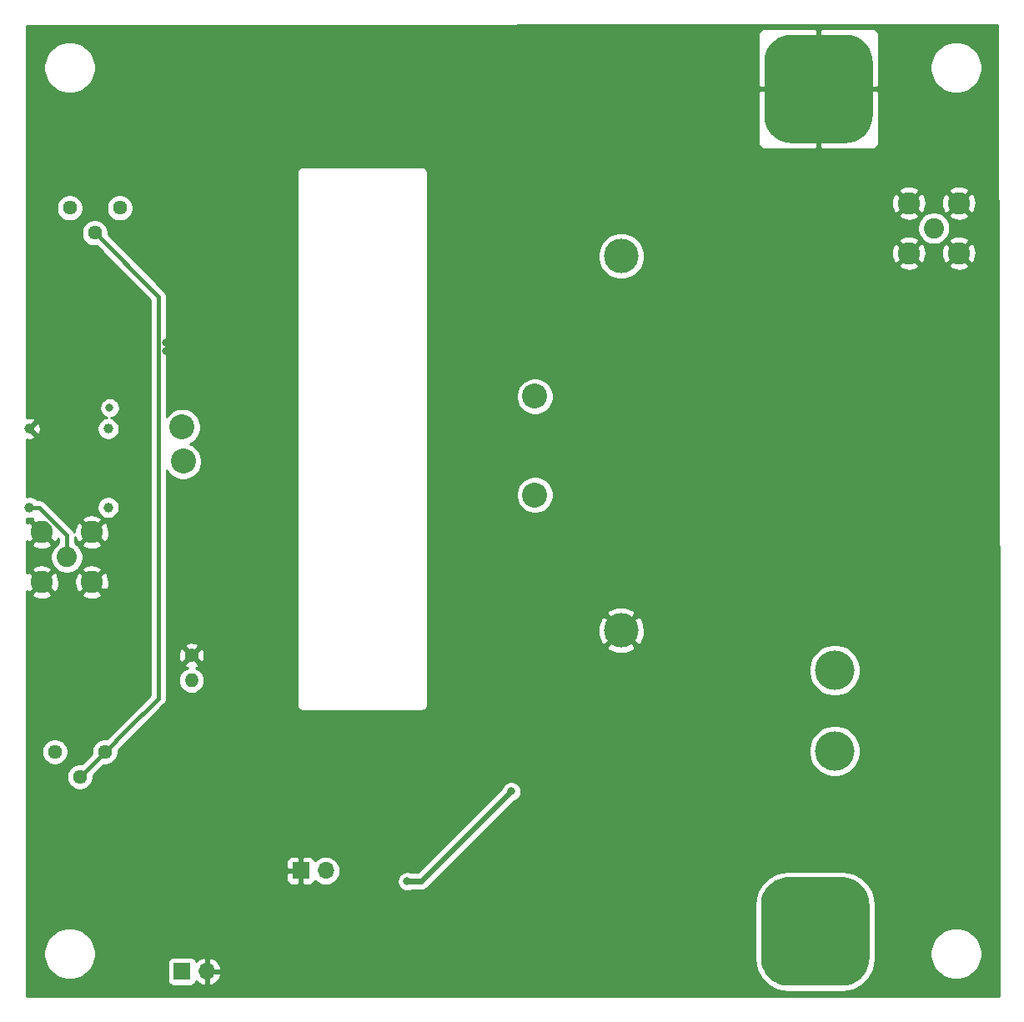
<source format=gbl>
G04 #@! TF.GenerationSoftware,KiCad,Pcbnew,6.0.0-rc1-unknown-e7fa02a~66~ubuntu18.04.1*
G04 #@! TF.CreationDate,2021-10-31T13:50:50-07:00
G04 #@! TF.ProjectId,munin3,6d756e69-6e33-42e6-9b69-6361645f7063,rev?*
G04 #@! TF.SameCoordinates,Original*
G04 #@! TF.FileFunction,Copper,L2,Bot*
G04 #@! TF.FilePolarity,Positive*
%FSLAX46Y46*%
G04 Gerber Fmt 4.6, Leading zero omitted, Abs format (unit mm)*
G04 Created by KiCad (PCBNEW 6.0.0-rc1-unknown-e7fa02a~66~ubuntu18.04.1) date Sun 31 Oct 2021 01:50:50 PM PDT*
%MOMM*%
%LPD*%
G04 APERTURE LIST*
%ADD10R,1.700000X1.700000*%
%ADD11O,1.700000X1.700000*%
%ADD12C,1.000000*%
%ADD13C,3.500000*%
%ADD14C,4.000000*%
%ADD15C,1.440000*%
%ADD16C,1.400000*%
%ADD17O,1.400000X1.400000*%
%ADD18C,2.540000*%
%ADD19C,2.050000*%
%ADD20C,2.250000*%
%ADD21C,0.100000*%
%ADD22C,11.000000*%
%ADD23C,0.800000*%
%ADD24C,0.400000*%
%ADD25C,0.600000*%
%ADD26C,0.254000*%
G04 APERTURE END LIST*
D10*
X116397000Y-146788000D03*
D11*
X118937000Y-146788000D03*
X130998000Y-136568000D03*
D10*
X128458000Y-136568000D03*
D12*
X100903000Y-91675000D03*
X100903000Y-99675000D03*
X108903000Y-99675000D03*
X108903000Y-91675000D03*
D13*
X160986000Y-112159000D03*
X160986000Y-74159000D03*
D14*
X182661000Y-116214000D03*
X182661000Y-124414000D03*
D15*
X105007000Y-69258000D03*
X107547000Y-71798000D03*
X110087000Y-69258000D03*
D16*
X117368000Y-114706000D03*
D17*
X117368000Y-117246000D03*
D15*
X108580000Y-124500000D03*
X106040000Y-127040000D03*
X103500000Y-124500000D03*
D18*
X116421000Y-91495000D03*
X116521000Y-94995000D03*
X152221000Y-88395000D03*
X152221000Y-98395000D03*
D19*
X192734000Y-71311000D03*
D20*
X195274000Y-73851000D03*
X195274000Y-68771000D03*
X190194000Y-68771000D03*
X190194000Y-73851000D03*
X102168000Y-107261000D03*
X102168000Y-102181000D03*
X107248000Y-102181000D03*
X107248000Y-107261000D03*
D19*
X104708000Y-104721000D03*
D12*
X183700000Y-145935000D03*
X181700000Y-146935000D03*
X179700000Y-146935000D03*
X177700000Y-145935000D03*
X176700000Y-143935000D03*
X176700000Y-141935000D03*
X177700000Y-139935000D03*
X179700000Y-138935000D03*
X181700000Y-138935000D03*
X183700000Y-139935000D03*
X184700000Y-141935000D03*
X184700000Y-143935000D03*
D21*
G36*
X183719547Y-137248242D02*
G01*
X183986498Y-137287840D01*
X184248283Y-137353414D01*
X184502379Y-137444331D01*
X184746341Y-137559717D01*
X184977818Y-137698459D01*
X185194582Y-137859221D01*
X185394544Y-138040456D01*
X185575779Y-138240418D01*
X185736541Y-138457182D01*
X185875283Y-138688659D01*
X185990669Y-138932621D01*
X186081586Y-139186717D01*
X186147160Y-139448502D01*
X186186758Y-139715453D01*
X186200000Y-139985000D01*
X186200000Y-145485000D01*
X186186758Y-145754547D01*
X186147160Y-146021498D01*
X186081586Y-146283283D01*
X185990669Y-146537379D01*
X185875283Y-146781341D01*
X185736541Y-147012818D01*
X185575779Y-147229582D01*
X185394544Y-147429544D01*
X185194582Y-147610779D01*
X184977818Y-147771541D01*
X184746341Y-147910283D01*
X184502379Y-148025669D01*
X184248283Y-148116586D01*
X183986498Y-148182160D01*
X183719547Y-148221758D01*
X183450000Y-148235000D01*
X177950000Y-148235000D01*
X177680453Y-148221758D01*
X177413502Y-148182160D01*
X177151717Y-148116586D01*
X176897621Y-148025669D01*
X176653659Y-147910283D01*
X176422182Y-147771541D01*
X176205418Y-147610779D01*
X176005456Y-147429544D01*
X175824221Y-147229582D01*
X175663459Y-147012818D01*
X175524717Y-146781341D01*
X175409331Y-146537379D01*
X175318414Y-146283283D01*
X175252840Y-146021498D01*
X175213242Y-145754547D01*
X175200000Y-145485000D01*
X175200000Y-139985000D01*
X175213242Y-139715453D01*
X175252840Y-139448502D01*
X175318414Y-139186717D01*
X175409331Y-138932621D01*
X175524717Y-138688659D01*
X175663459Y-138457182D01*
X175824221Y-138240418D01*
X176005456Y-138040456D01*
X176205418Y-137859221D01*
X176422182Y-137698459D01*
X176653659Y-137559717D01*
X176897621Y-137444331D01*
X177151717Y-137353414D01*
X177413502Y-137287840D01*
X177680453Y-137248242D01*
X177950000Y-137235000D01*
X183450000Y-137235000D01*
X183719547Y-137248242D01*
X183719547Y-137248242D01*
G37*
D22*
X180700000Y-142735000D03*
D21*
G36*
X184055547Y-51674242D02*
G01*
X184322498Y-51713840D01*
X184584283Y-51779414D01*
X184838379Y-51870331D01*
X185082341Y-51985717D01*
X185313818Y-52124459D01*
X185530582Y-52285221D01*
X185730544Y-52466456D01*
X185911779Y-52666418D01*
X186072541Y-52883182D01*
X186211283Y-53114659D01*
X186326669Y-53358621D01*
X186417586Y-53612717D01*
X186483160Y-53874502D01*
X186522758Y-54141453D01*
X186536000Y-54411000D01*
X186536000Y-59911000D01*
X186522758Y-60180547D01*
X186483160Y-60447498D01*
X186417586Y-60709283D01*
X186326669Y-60963379D01*
X186211283Y-61207341D01*
X186072541Y-61438818D01*
X185911779Y-61655582D01*
X185730544Y-61855544D01*
X185530582Y-62036779D01*
X185313818Y-62197541D01*
X185082341Y-62336283D01*
X184838379Y-62451669D01*
X184584283Y-62542586D01*
X184322498Y-62608160D01*
X184055547Y-62647758D01*
X183786000Y-62661000D01*
X178286000Y-62661000D01*
X178016453Y-62647758D01*
X177749502Y-62608160D01*
X177487717Y-62542586D01*
X177233621Y-62451669D01*
X176989659Y-62336283D01*
X176758182Y-62197541D01*
X176541418Y-62036779D01*
X176341456Y-61855544D01*
X176160221Y-61655582D01*
X175999459Y-61438818D01*
X175860717Y-61207341D01*
X175745331Y-60963379D01*
X175654414Y-60709283D01*
X175588840Y-60447498D01*
X175549242Y-60180547D01*
X175536000Y-59911000D01*
X175536000Y-54411000D01*
X175549242Y-54141453D01*
X175588840Y-53874502D01*
X175654414Y-53612717D01*
X175745331Y-53358621D01*
X175860717Y-53114659D01*
X175999459Y-52883182D01*
X176160221Y-52666418D01*
X176341456Y-52466456D01*
X176541418Y-52285221D01*
X176758182Y-52124459D01*
X176989659Y-51985717D01*
X177233621Y-51870331D01*
X177487717Y-51779414D01*
X177749502Y-51713840D01*
X178016453Y-51674242D01*
X178286000Y-51661000D01*
X183786000Y-51661000D01*
X184055547Y-51674242D01*
X184055547Y-51674242D01*
G37*
D22*
X181036000Y-57161000D03*
D12*
X185036000Y-58361000D03*
X185036000Y-56361000D03*
X184036000Y-54361000D03*
X182036000Y-53361000D03*
X180036000Y-53361000D03*
X178036000Y-54361000D03*
X177036000Y-56361000D03*
X177036000Y-58361000D03*
X178036000Y-60361000D03*
X180036000Y-61361000D03*
X182036000Y-61361000D03*
X184036000Y-60361000D03*
D23*
X110500000Y-108100000D03*
X152600000Y-112700000D03*
X151450000Y-112700000D03*
X189378500Y-122585100D03*
X155250000Y-118750000D03*
X156500000Y-118750000D03*
X158000000Y-118750000D03*
X159000000Y-120250000D03*
X154500000Y-131750000D03*
X155000000Y-133000000D03*
X156500000Y-133000000D03*
X157750000Y-133000000D03*
X158750000Y-132250000D03*
X158750000Y-131250000D03*
X157500000Y-130250000D03*
X156250000Y-130250000D03*
X155000000Y-130250000D03*
X152150000Y-75950000D03*
X153150000Y-75950000D03*
X151750000Y-147250000D03*
X151750000Y-146250000D03*
X154450000Y-139350000D03*
X154450000Y-140200000D03*
X147300000Y-138800000D03*
X147300000Y-139900000D03*
X123450000Y-143650000D03*
X123500000Y-142400000D03*
X127550000Y-142450000D03*
X127550000Y-143700000D03*
X131450000Y-143750000D03*
X130550000Y-143750000D03*
X118500000Y-143750000D03*
X103000000Y-89250000D03*
X103000000Y-88250000D03*
X111500000Y-133000000D03*
X111500000Y-132000000D03*
X179000000Y-131750000D03*
X177000000Y-131500000D03*
X176000000Y-131500000D03*
X173250000Y-131500000D03*
X172000000Y-131500000D03*
X132500000Y-133000000D03*
X132250000Y-132000000D03*
X132750000Y-131000000D03*
X133750000Y-131000000D03*
X133750000Y-133000000D03*
X158000000Y-143500000D03*
X159050000Y-143550000D03*
X160050000Y-143650000D03*
X161000000Y-143650000D03*
X162000000Y-143600000D03*
X162000000Y-142650000D03*
X161000000Y-142650000D03*
X160000000Y-142600000D03*
X159050000Y-142600000D03*
X158000000Y-142600000D03*
X158000000Y-141100000D03*
X159000000Y-141100000D03*
X160050000Y-141100000D03*
X161000000Y-141100000D03*
X161950000Y-141100000D03*
X161900000Y-140100000D03*
X161000000Y-140100000D03*
X160050000Y-140150000D03*
X159000000Y-140150000D03*
X158000000Y-140150000D03*
X142250000Y-92250000D03*
X143250000Y-92250000D03*
X144250000Y-92250000D03*
X145250000Y-92250000D03*
X146250000Y-92250000D03*
X147250000Y-92250000D03*
X148250000Y-92250000D03*
X149250000Y-92250000D03*
X149250000Y-85250000D03*
X148250000Y-85250000D03*
X147250000Y-85250000D03*
X146250000Y-85250000D03*
X145250000Y-85250000D03*
X144250000Y-85250000D03*
X143250000Y-85250000D03*
X142250000Y-85250000D03*
X142250000Y-74000000D03*
X143250000Y-74000000D03*
X144250000Y-74000000D03*
X145250000Y-74000000D03*
X146250000Y-74000000D03*
X147250000Y-74000000D03*
X148250000Y-74000000D03*
X149250000Y-74000000D03*
X149250000Y-67250000D03*
X148250000Y-67250000D03*
X147250000Y-67250000D03*
X146250000Y-67250000D03*
X145250000Y-67250000D03*
X144250000Y-67250000D03*
X143250000Y-67250000D03*
X142250000Y-67250000D03*
X120000000Y-67000000D03*
X121000000Y-67000000D03*
X122000000Y-67000000D03*
X123000000Y-67000000D03*
X124000000Y-67000000D03*
X125000000Y-67000000D03*
X126000000Y-67000000D03*
X127000000Y-67000000D03*
X127000000Y-74000000D03*
X126000000Y-74000000D03*
X125000000Y-74000000D03*
X124000000Y-74000000D03*
X123000000Y-74000000D03*
X122000000Y-74000000D03*
X121000000Y-74000000D03*
X120000000Y-74000000D03*
X127000000Y-85500000D03*
X126000000Y-85500000D03*
X124750000Y-85500000D03*
X123750000Y-85500000D03*
X122500000Y-85500000D03*
X121500000Y-85500000D03*
X120250000Y-85500000D03*
X120250000Y-92250000D03*
X121250000Y-92250000D03*
X122250000Y-92250000D03*
X123250000Y-92250000D03*
X124250000Y-92250000D03*
X125250000Y-92250000D03*
X126250000Y-92250000D03*
X127250000Y-92250000D03*
X133750000Y-132000000D03*
X180000000Y-131750000D03*
X120000000Y-128000000D03*
X120000000Y-126750000D03*
X119250000Y-124250000D03*
X119250000Y-123250000D03*
X105500000Y-78500000D03*
X104500000Y-78500000D03*
X102750000Y-79750000D03*
X101500000Y-79750000D03*
X119500000Y-143750000D03*
X134200000Y-142550000D03*
X155250000Y-121250000D03*
X156500000Y-121250000D03*
X158000000Y-121250000D03*
X120250000Y-93500000D03*
X121250000Y-93500000D03*
X122250000Y-93500000D03*
X123250000Y-93500000D03*
X124250000Y-93500000D03*
X125250000Y-93500000D03*
X126250000Y-93500000D03*
X127250000Y-93500000D03*
X127250000Y-100500000D03*
X126250000Y-100500000D03*
X125250000Y-100500000D03*
X124250000Y-100500000D03*
X123250000Y-100500000D03*
X122250000Y-100500000D03*
X121250000Y-100500000D03*
X120250000Y-100500000D03*
X127250000Y-111500000D03*
X126250000Y-111500000D03*
X125250000Y-111500000D03*
X124250000Y-111500000D03*
X123250000Y-111500000D03*
X122250000Y-111500000D03*
X121250000Y-111500000D03*
X120250000Y-111500000D03*
X120250000Y-118500000D03*
X121250000Y-118500000D03*
X122250000Y-118500000D03*
X123250000Y-118500000D03*
X124250000Y-118500000D03*
X125250000Y-118500000D03*
X126250000Y-118500000D03*
X127250000Y-118500000D03*
X142250000Y-93250000D03*
X143250000Y-93250000D03*
X144250000Y-93250000D03*
X145250000Y-93250000D03*
X146250000Y-93250000D03*
X147250000Y-93250000D03*
X148250000Y-93250000D03*
X149250000Y-93250000D03*
X149250000Y-100250000D03*
X148250000Y-100250000D03*
X147250000Y-100250000D03*
X146250000Y-100250000D03*
X145250000Y-100250000D03*
X144250000Y-100250000D03*
X143250000Y-100250000D03*
X142250000Y-100250000D03*
X149250000Y-112000000D03*
X148250000Y-112000000D03*
X147250000Y-112000000D03*
X146250000Y-112000000D03*
X145250000Y-112000000D03*
X144250000Y-112000000D03*
X143250000Y-112000000D03*
X142250000Y-112000000D03*
X142250000Y-118500000D03*
X143250000Y-118500000D03*
X144250000Y-118500000D03*
X145250000Y-118500000D03*
X146250000Y-118500000D03*
X147250000Y-118500000D03*
X148250000Y-118500000D03*
X149250000Y-118500000D03*
X115000000Y-55000000D03*
X120000000Y-55000000D03*
X125000000Y-55000000D03*
X130000000Y-55000000D03*
X135000000Y-55000000D03*
X140000000Y-55000000D03*
X145000000Y-55000000D03*
X150000000Y-55000000D03*
X155000000Y-55000000D03*
X160000000Y-55000000D03*
X165000000Y-55000000D03*
X170000000Y-55000000D03*
X170000000Y-60000000D03*
X165000000Y-60000000D03*
X160000000Y-60000000D03*
X155000000Y-60000000D03*
X150000000Y-60000000D03*
X145000000Y-60000000D03*
X140000000Y-60000000D03*
X135000000Y-60000000D03*
X130000000Y-60000000D03*
X125000000Y-60000000D03*
X120000000Y-60000000D03*
X115000000Y-60000000D03*
X115000000Y-65000000D03*
X120000000Y-65000000D03*
X125000000Y-65000000D03*
X145000000Y-65000000D03*
X150000000Y-65000000D03*
X155000000Y-65000000D03*
X160000000Y-65000000D03*
X165000000Y-65000000D03*
X170000000Y-65000000D03*
X190000000Y-65000000D03*
X155000000Y-70000000D03*
X160000000Y-70000000D03*
X115000000Y-70000000D03*
X115000000Y-75000000D03*
X122500000Y-122500000D03*
X127500000Y-122500000D03*
X132500000Y-122500000D03*
X137500000Y-122500000D03*
X142500000Y-122500000D03*
X147500000Y-122500000D03*
X122500000Y-127500000D03*
X127500000Y-127500000D03*
X132500000Y-127500000D03*
X137500000Y-127500000D03*
X142500000Y-127500000D03*
X172500000Y-80000000D03*
X177500000Y-80000000D03*
X182500000Y-80000000D03*
X187500000Y-80000000D03*
X192500000Y-80000000D03*
X197500000Y-80000000D03*
X197500000Y-82500000D03*
X192500000Y-82500000D03*
X187500000Y-82500000D03*
X182500000Y-85000000D03*
X177500000Y-85000000D03*
X172500000Y-85000000D03*
X172500000Y-90000000D03*
X177500000Y-90000000D03*
X182500000Y-90000000D03*
X172500000Y-97500000D03*
X177500000Y-97500000D03*
X182500000Y-97500000D03*
X182500000Y-102500000D03*
X177500000Y-102500000D03*
X172500000Y-102500000D03*
X182500000Y-107500000D03*
X177500000Y-107500000D03*
X172500000Y-107500000D03*
X172500000Y-112500000D03*
X102500000Y-112500000D03*
X102500000Y-115000000D03*
X102500000Y-117500000D03*
X105000000Y-117500000D03*
X105000000Y-115000000D03*
X105000000Y-112500000D03*
X102500000Y-132500000D03*
X105000000Y-132500000D03*
X107500000Y-132500000D03*
X102500000Y-135000000D03*
X105000000Y-135000000D03*
X107500000Y-135000000D03*
X110000000Y-135000000D03*
X110000000Y-137500000D03*
X112500000Y-137500000D03*
X115000000Y-137500000D03*
X192500000Y-140000000D03*
X195000000Y-140000000D03*
X197500000Y-140000000D03*
X197500000Y-137500000D03*
X195000000Y-137500000D03*
X195000000Y-135000000D03*
X197500000Y-135000000D03*
X197500000Y-132500000D03*
X195000000Y-132500000D03*
X190000000Y-142500000D03*
X190000000Y-145000000D03*
X114800010Y-83800000D03*
X114800010Y-82900000D03*
X195000000Y-130000000D03*
X195000000Y-127500000D03*
X195000000Y-125000000D03*
X195000000Y-122500000D03*
X195000000Y-120000000D03*
X195000000Y-117500000D03*
X197500000Y-115000000D03*
X197500000Y-117500000D03*
X197500000Y-120000000D03*
X197500000Y-122500000D03*
X197500000Y-125000000D03*
X197500000Y-127500000D03*
X197500000Y-130000000D03*
X109050000Y-89550000D03*
X139274500Y-137653100D03*
X149830600Y-128522000D03*
D24*
X110500000Y-108100000D02*
X108150000Y-108100000D01*
X108150000Y-108100000D02*
X107400000Y-107350000D01*
X106040000Y-127040000D02*
X108580000Y-124500000D01*
X110817900Y-122262100D02*
X108580000Y-124500000D01*
X107547000Y-71798000D02*
X114000000Y-78251000D01*
X114000000Y-78251000D02*
X114000000Y-119080000D01*
X114000000Y-119080000D02*
X110817900Y-122262100D01*
X104708000Y-104721000D02*
X104708000Y-102509000D01*
X104708000Y-102509000D02*
X101874000Y-99675000D01*
X101874000Y-99675000D02*
X100903000Y-99675000D01*
D25*
X149830600Y-128522000D02*
X140699500Y-137653100D01*
X140699500Y-137653100D02*
X139274500Y-137653100D01*
D26*
G36*
X199340001Y-120999750D02*
G01*
X199340001Y-149340000D01*
X100676769Y-149340000D01*
X100672452Y-144740475D01*
X102365000Y-144740475D01*
X102365000Y-145259525D01*
X102466261Y-145768601D01*
X102664893Y-146248141D01*
X102953262Y-146679715D01*
X103320285Y-147046738D01*
X103751859Y-147335107D01*
X104231399Y-147533739D01*
X104740475Y-147635000D01*
X105259525Y-147635000D01*
X105768601Y-147533739D01*
X106248141Y-147335107D01*
X106679715Y-147046738D01*
X107046738Y-146679715D01*
X107335107Y-146248141D01*
X107463571Y-145938000D01*
X114908928Y-145938000D01*
X114908928Y-147638000D01*
X114921188Y-147762482D01*
X114957498Y-147882180D01*
X115016463Y-147992494D01*
X115095815Y-148089185D01*
X115192506Y-148168537D01*
X115302820Y-148227502D01*
X115422518Y-148263812D01*
X115547000Y-148276072D01*
X117247000Y-148276072D01*
X117371482Y-148263812D01*
X117491180Y-148227502D01*
X117601494Y-148168537D01*
X117698185Y-148089185D01*
X117777537Y-147992494D01*
X117836502Y-147882180D01*
X117860966Y-147801534D01*
X117936731Y-147885588D01*
X118170080Y-148059641D01*
X118432901Y-148184825D01*
X118580110Y-148229476D01*
X118810000Y-148108155D01*
X118810000Y-146915000D01*
X119064000Y-146915000D01*
X119064000Y-148108155D01*
X119293890Y-148229476D01*
X119441099Y-148184825D01*
X119703920Y-148059641D01*
X119937269Y-147885588D01*
X120132178Y-147669355D01*
X120281157Y-147419252D01*
X120378481Y-147144891D01*
X120257814Y-146915000D01*
X119064000Y-146915000D01*
X118810000Y-146915000D01*
X118790000Y-146915000D01*
X118790000Y-146661000D01*
X118810000Y-146661000D01*
X118810000Y-145467845D01*
X119064000Y-145467845D01*
X119064000Y-146661000D01*
X120257814Y-146661000D01*
X120378481Y-146431109D01*
X120281157Y-146156748D01*
X120132178Y-145906645D01*
X119937269Y-145690412D01*
X119703920Y-145516359D01*
X119441099Y-145391175D01*
X119293890Y-145346524D01*
X119064000Y-145467845D01*
X118810000Y-145467845D01*
X118580110Y-145346524D01*
X118432901Y-145391175D01*
X118170080Y-145516359D01*
X117936731Y-145690412D01*
X117860966Y-145774466D01*
X117836502Y-145693820D01*
X117777537Y-145583506D01*
X117698185Y-145486815D01*
X117601494Y-145407463D01*
X117491180Y-145348498D01*
X117371482Y-145312188D01*
X117247000Y-145299928D01*
X115547000Y-145299928D01*
X115422518Y-145312188D01*
X115302820Y-145348498D01*
X115192506Y-145407463D01*
X115095815Y-145486815D01*
X115016463Y-145583506D01*
X114957498Y-145693820D01*
X114921188Y-145813518D01*
X114908928Y-145938000D01*
X107463571Y-145938000D01*
X107533739Y-145768601D01*
X107635000Y-145259525D01*
X107635000Y-144740475D01*
X107533739Y-144231399D01*
X107335107Y-143751859D01*
X107046738Y-143320285D01*
X106679715Y-142953262D01*
X106248141Y-142664893D01*
X105768601Y-142466261D01*
X105259525Y-142365000D01*
X104740475Y-142365000D01*
X104231399Y-142466261D01*
X103751859Y-142664893D01*
X103320285Y-142953262D01*
X102953262Y-143320285D01*
X102664893Y-143751859D01*
X102466261Y-144231399D01*
X102365000Y-144740475D01*
X100672452Y-144740475D01*
X100667989Y-139985000D01*
X174561928Y-139985000D01*
X174561928Y-145485000D01*
X174627029Y-146145980D01*
X174819830Y-146781559D01*
X175132921Y-147367312D01*
X175554271Y-147880729D01*
X176067688Y-148302079D01*
X176653441Y-148615170D01*
X177289020Y-148807971D01*
X177950000Y-148873072D01*
X183450000Y-148873072D01*
X184110980Y-148807971D01*
X184746559Y-148615170D01*
X185332312Y-148302079D01*
X185845729Y-147880729D01*
X186267079Y-147367312D01*
X186580170Y-146781559D01*
X186772971Y-146145980D01*
X186838072Y-145485000D01*
X186838072Y-144740475D01*
X192365000Y-144740475D01*
X192365000Y-145259525D01*
X192466261Y-145768601D01*
X192664893Y-146248141D01*
X192953262Y-146679715D01*
X193320285Y-147046738D01*
X193751859Y-147335107D01*
X194231399Y-147533739D01*
X194740475Y-147635000D01*
X195259525Y-147635000D01*
X195768601Y-147533739D01*
X196248141Y-147335107D01*
X196679715Y-147046738D01*
X197046738Y-146679715D01*
X197335107Y-146248141D01*
X197533739Y-145768601D01*
X197635000Y-145259525D01*
X197635000Y-144740475D01*
X197533739Y-144231399D01*
X197335107Y-143751859D01*
X197046738Y-143320285D01*
X196679715Y-142953262D01*
X196248141Y-142664893D01*
X195768601Y-142466261D01*
X195259525Y-142365000D01*
X194740475Y-142365000D01*
X194231399Y-142466261D01*
X193751859Y-142664893D01*
X193320285Y-142953262D01*
X192953262Y-143320285D01*
X192664893Y-143751859D01*
X192466261Y-144231399D01*
X192365000Y-144740475D01*
X186838072Y-144740475D01*
X186838072Y-139985000D01*
X186772971Y-139324020D01*
X186580170Y-138688441D01*
X186267079Y-138102688D01*
X185845729Y-137589271D01*
X185332312Y-137167921D01*
X184746559Y-136854830D01*
X184110980Y-136662029D01*
X183450000Y-136596928D01*
X177950000Y-136596928D01*
X177289020Y-136662029D01*
X176653441Y-136854830D01*
X176067688Y-137167921D01*
X175554271Y-137589271D01*
X175132921Y-138102688D01*
X174819830Y-138688441D01*
X174627029Y-139324020D01*
X174561928Y-139985000D01*
X100667989Y-139985000D01*
X100665049Y-136853750D01*
X126973000Y-136853750D01*
X126973000Y-137480542D01*
X126997403Y-137603223D01*
X127045270Y-137718785D01*
X127114763Y-137822789D01*
X127203211Y-137911237D01*
X127307215Y-137980730D01*
X127422777Y-138028597D01*
X127545458Y-138053000D01*
X128172250Y-138053000D01*
X128331000Y-137894250D01*
X128331000Y-136695000D01*
X127131750Y-136695000D01*
X126973000Y-136853750D01*
X100665049Y-136853750D01*
X100663925Y-135655458D01*
X126973000Y-135655458D01*
X126973000Y-136282250D01*
X127131750Y-136441000D01*
X128331000Y-136441000D01*
X128331000Y-135241750D01*
X128585000Y-135241750D01*
X128585000Y-136441000D01*
X128605000Y-136441000D01*
X128605000Y-136695000D01*
X128585000Y-136695000D01*
X128585000Y-137894250D01*
X128743750Y-138053000D01*
X129370542Y-138053000D01*
X129493223Y-138028597D01*
X129608785Y-137980730D01*
X129712789Y-137911237D01*
X129801237Y-137822789D01*
X129870730Y-137718785D01*
X129918597Y-137603223D01*
X129920144Y-137595447D01*
X129942866Y-137623134D01*
X130168986Y-137808706D01*
X130426966Y-137946599D01*
X130706889Y-138031513D01*
X130925050Y-138053000D01*
X131070950Y-138053000D01*
X131289111Y-138031513D01*
X131569034Y-137946599D01*
X131827014Y-137808706D01*
X132053134Y-137623134D01*
X132112200Y-137551161D01*
X138239500Y-137551161D01*
X138239500Y-137755039D01*
X138279274Y-137954998D01*
X138357295Y-138143356D01*
X138470563Y-138312874D01*
X138614726Y-138457037D01*
X138784244Y-138570305D01*
X138972602Y-138648326D01*
X139172561Y-138688100D01*
X139376439Y-138688100D01*
X139576398Y-138648326D01*
X139721795Y-138588100D01*
X140653568Y-138588100D01*
X140699500Y-138592624D01*
X140745432Y-138588100D01*
X140882792Y-138574571D01*
X141059040Y-138521107D01*
X141221472Y-138434286D01*
X141363844Y-138317444D01*
X141393130Y-138281759D01*
X150175459Y-129499431D01*
X150320856Y-129439205D01*
X150490374Y-129325937D01*
X150634537Y-129181774D01*
X150747805Y-129012256D01*
X150825826Y-128823898D01*
X150865600Y-128623939D01*
X150865600Y-128420061D01*
X150825826Y-128220102D01*
X150747805Y-128031744D01*
X150634537Y-127862226D01*
X150490374Y-127718063D01*
X150320856Y-127604795D01*
X150132498Y-127526774D01*
X149932539Y-127487000D01*
X149728661Y-127487000D01*
X149528702Y-127526774D01*
X149340344Y-127604795D01*
X149170826Y-127718063D01*
X149026663Y-127862226D01*
X148913395Y-128031744D01*
X148853169Y-128177141D01*
X140312211Y-136718100D01*
X139721795Y-136718100D01*
X139576398Y-136657874D01*
X139376439Y-136618100D01*
X139172561Y-136618100D01*
X138972602Y-136657874D01*
X138784244Y-136735895D01*
X138614726Y-136849163D01*
X138470563Y-136993326D01*
X138357295Y-137162844D01*
X138279274Y-137351202D01*
X138239500Y-137551161D01*
X132112200Y-137551161D01*
X132238706Y-137397014D01*
X132376599Y-137139034D01*
X132461513Y-136859111D01*
X132490185Y-136568000D01*
X132461513Y-136276889D01*
X132376599Y-135996966D01*
X132238706Y-135738986D01*
X132053134Y-135512866D01*
X131827014Y-135327294D01*
X131569034Y-135189401D01*
X131289111Y-135104487D01*
X131070950Y-135083000D01*
X130925050Y-135083000D01*
X130706889Y-135104487D01*
X130426966Y-135189401D01*
X130168986Y-135327294D01*
X129942866Y-135512866D01*
X129920144Y-135540553D01*
X129918597Y-135532777D01*
X129870730Y-135417215D01*
X129801237Y-135313211D01*
X129712789Y-135224763D01*
X129608785Y-135155270D01*
X129493223Y-135107403D01*
X129370542Y-135083000D01*
X128743750Y-135083000D01*
X128585000Y-135241750D01*
X128331000Y-135241750D01*
X128172250Y-135083000D01*
X127545458Y-135083000D01*
X127422777Y-135107403D01*
X127307215Y-135155270D01*
X127203211Y-135224763D01*
X127114763Y-135313211D01*
X127045270Y-135417215D01*
X126997403Y-135532777D01*
X126973000Y-135655458D01*
X100663925Y-135655458D01*
X100660000Y-131475750D01*
X100660000Y-126906544D01*
X104685000Y-126906544D01*
X104685000Y-127173456D01*
X104737072Y-127435239D01*
X104839215Y-127681833D01*
X104987503Y-127903762D01*
X105176238Y-128092497D01*
X105398167Y-128240785D01*
X105644761Y-128342928D01*
X105906544Y-128395000D01*
X106173456Y-128395000D01*
X106435239Y-128342928D01*
X106681833Y-128240785D01*
X106903762Y-128092497D01*
X107092497Y-127903762D01*
X107240785Y-127681833D01*
X107342928Y-127435239D01*
X107395000Y-127173456D01*
X107395000Y-126906544D01*
X107388251Y-126872616D01*
X108412616Y-125848251D01*
X108446544Y-125855000D01*
X108713456Y-125855000D01*
X108975239Y-125802928D01*
X109221833Y-125700785D01*
X109443762Y-125552497D01*
X109632497Y-125363762D01*
X109780785Y-125141833D01*
X109882928Y-124895239D01*
X109935000Y-124633456D01*
X109935000Y-124366544D01*
X109928251Y-124332616D01*
X110106392Y-124154475D01*
X180026000Y-124154475D01*
X180026000Y-124673525D01*
X180127261Y-125182601D01*
X180325893Y-125662141D01*
X180614262Y-126093715D01*
X180981285Y-126460738D01*
X181412859Y-126749107D01*
X181892399Y-126947739D01*
X182401475Y-127049000D01*
X182920525Y-127049000D01*
X183429601Y-126947739D01*
X183909141Y-126749107D01*
X184340715Y-126460738D01*
X184707738Y-126093715D01*
X184996107Y-125662141D01*
X185194739Y-125182601D01*
X185296000Y-124673525D01*
X185296000Y-124154475D01*
X185194739Y-123645399D01*
X184996107Y-123165859D01*
X184707738Y-122734285D01*
X184340715Y-122367262D01*
X183909141Y-122078893D01*
X183429601Y-121880261D01*
X182920525Y-121779000D01*
X182401475Y-121779000D01*
X181892399Y-121880261D01*
X181412859Y-122078893D01*
X180981285Y-122367262D01*
X180614262Y-122734285D01*
X180325893Y-123165859D01*
X180127261Y-123645399D01*
X180026000Y-124154475D01*
X110106392Y-124154475D01*
X111437339Y-122823530D01*
X111437348Y-122823519D01*
X114561427Y-119699441D01*
X114593291Y-119673291D01*
X114697636Y-119546146D01*
X114775172Y-119401087D01*
X114822918Y-119243689D01*
X114835000Y-119121019D01*
X114839040Y-119080000D01*
X114835000Y-119038982D01*
X114835000Y-117246000D01*
X116026541Y-117246000D01*
X116052317Y-117507706D01*
X116128653Y-117759354D01*
X116252618Y-117991275D01*
X116419445Y-118194555D01*
X116622725Y-118361382D01*
X116854646Y-118485347D01*
X117106294Y-118561683D01*
X117302421Y-118581000D01*
X117433579Y-118581000D01*
X117629706Y-118561683D01*
X117881354Y-118485347D01*
X118113275Y-118361382D01*
X118316555Y-118194555D01*
X118483382Y-117991275D01*
X118607347Y-117759354D01*
X118683683Y-117507706D01*
X118709459Y-117246000D01*
X118683683Y-116984294D01*
X118607347Y-116732646D01*
X118483382Y-116500725D01*
X118316555Y-116297445D01*
X118113275Y-116130618D01*
X117881354Y-116006653D01*
X117781293Y-115976300D01*
X117949366Y-115914935D01*
X118050203Y-115861037D01*
X118109664Y-115627269D01*
X117368000Y-114885605D01*
X116626336Y-115627269D01*
X116685797Y-115861037D01*
X116924242Y-115971934D01*
X116949119Y-115977995D01*
X116854646Y-116006653D01*
X116622725Y-116130618D01*
X116419445Y-116297445D01*
X116252618Y-116500725D01*
X116128653Y-116732646D01*
X116052317Y-116984294D01*
X116026541Y-117246000D01*
X114835000Y-117246000D01*
X114835000Y-114780473D01*
X116028610Y-114780473D01*
X116068875Y-115040344D01*
X116159065Y-115287366D01*
X116212963Y-115388203D01*
X116446731Y-115447664D01*
X117188395Y-114706000D01*
X117547605Y-114706000D01*
X118289269Y-115447664D01*
X118523037Y-115388203D01*
X118633934Y-115149758D01*
X118696183Y-114894260D01*
X118707390Y-114631527D01*
X118667125Y-114371656D01*
X118576935Y-114124634D01*
X118523037Y-114023797D01*
X118289269Y-113964336D01*
X117547605Y-114706000D01*
X117188395Y-114706000D01*
X116446731Y-113964336D01*
X116212963Y-114023797D01*
X116102066Y-114262242D01*
X116039817Y-114517740D01*
X116028610Y-114780473D01*
X114835000Y-114780473D01*
X114835000Y-113784731D01*
X116626336Y-113784731D01*
X117368000Y-114526395D01*
X118109664Y-113784731D01*
X118050203Y-113550963D01*
X117811758Y-113440066D01*
X117556260Y-113377817D01*
X117293527Y-113366610D01*
X117033656Y-113406875D01*
X116786634Y-113497065D01*
X116685797Y-113550963D01*
X116626336Y-113784731D01*
X114835000Y-113784731D01*
X114835000Y-95900632D01*
X115041290Y-96209366D01*
X115306634Y-96474710D01*
X115618644Y-96683189D01*
X115965332Y-96826791D01*
X116333374Y-96900000D01*
X116708626Y-96900000D01*
X117076668Y-96826791D01*
X117423356Y-96683189D01*
X117735366Y-96474710D01*
X118000710Y-96209366D01*
X118209189Y-95897356D01*
X118352791Y-95550668D01*
X118426000Y-95182626D01*
X118426000Y-94807374D01*
X118352791Y-94439332D01*
X118209189Y-94092644D01*
X118000710Y-93780634D01*
X117735366Y-93515290D01*
X117423356Y-93306811D01*
X117224130Y-93224289D01*
X117323356Y-93183189D01*
X117635366Y-92974710D01*
X117900710Y-92709366D01*
X118109189Y-92397356D01*
X118252791Y-92050668D01*
X118326000Y-91682626D01*
X118326000Y-91307374D01*
X118252791Y-90939332D01*
X118109189Y-90592644D01*
X117900710Y-90280634D01*
X117635366Y-90015290D01*
X117323356Y-89806811D01*
X116976668Y-89663209D01*
X116608626Y-89590000D01*
X116233374Y-89590000D01*
X115865332Y-89663209D01*
X115518644Y-89806811D01*
X115206634Y-90015290D01*
X114941290Y-90280634D01*
X114835000Y-90439708D01*
X114835000Y-78292018D01*
X114839040Y-78250999D01*
X114822918Y-78087311D01*
X114775172Y-77929913D01*
X114697636Y-77784854D01*
X114593291Y-77657709D01*
X114561428Y-77631560D01*
X108895251Y-71965384D01*
X108902000Y-71931456D01*
X108902000Y-71664544D01*
X108849928Y-71402761D01*
X108747785Y-71156167D01*
X108599497Y-70934238D01*
X108410762Y-70745503D01*
X108188833Y-70597215D01*
X107942239Y-70495072D01*
X107680456Y-70443000D01*
X107413544Y-70443000D01*
X107151761Y-70495072D01*
X106905167Y-70597215D01*
X106683238Y-70745503D01*
X106494503Y-70934238D01*
X106346215Y-71156167D01*
X106244072Y-71402761D01*
X106192000Y-71664544D01*
X106192000Y-71931456D01*
X106244072Y-72193239D01*
X106346215Y-72439833D01*
X106494503Y-72661762D01*
X106683238Y-72850497D01*
X106905167Y-72998785D01*
X107151761Y-73100928D01*
X107413544Y-73153000D01*
X107680456Y-73153000D01*
X107714384Y-73146251D01*
X113165000Y-78596868D01*
X113165001Y-118734131D01*
X110256481Y-121642652D01*
X110256470Y-121642661D01*
X108747384Y-123151749D01*
X108713456Y-123145000D01*
X108446544Y-123145000D01*
X108184761Y-123197072D01*
X107938167Y-123299215D01*
X107716238Y-123447503D01*
X107527503Y-123636238D01*
X107379215Y-123858167D01*
X107277072Y-124104761D01*
X107225000Y-124366544D01*
X107225000Y-124633456D01*
X107231749Y-124667384D01*
X106207384Y-125691749D01*
X106173456Y-125685000D01*
X105906544Y-125685000D01*
X105644761Y-125737072D01*
X105398167Y-125839215D01*
X105176238Y-125987503D01*
X104987503Y-126176238D01*
X104839215Y-126398167D01*
X104737072Y-126644761D01*
X104685000Y-126906544D01*
X100660000Y-126906544D01*
X100660000Y-124366544D01*
X102145000Y-124366544D01*
X102145000Y-124633456D01*
X102197072Y-124895239D01*
X102299215Y-125141833D01*
X102447503Y-125363762D01*
X102636238Y-125552497D01*
X102858167Y-125700785D01*
X103104761Y-125802928D01*
X103366544Y-125855000D01*
X103633456Y-125855000D01*
X103895239Y-125802928D01*
X104141833Y-125700785D01*
X104363762Y-125552497D01*
X104552497Y-125363762D01*
X104700785Y-125141833D01*
X104802928Y-124895239D01*
X104855000Y-124633456D01*
X104855000Y-124366544D01*
X104802928Y-124104761D01*
X104700785Y-123858167D01*
X104552497Y-123636238D01*
X104363762Y-123447503D01*
X104141833Y-123299215D01*
X103895239Y-123197072D01*
X103633456Y-123145000D01*
X103366544Y-123145000D01*
X103104761Y-123197072D01*
X102858167Y-123299215D01*
X102636238Y-123447503D01*
X102447503Y-123636238D01*
X102299215Y-123858167D01*
X102197072Y-124104761D01*
X102145000Y-124366544D01*
X100660000Y-124366544D01*
X100660000Y-108485531D01*
X101123074Y-108485531D01*
X101233921Y-108762714D01*
X101544840Y-108916089D01*
X101879705Y-109005860D01*
X102225650Y-109028576D01*
X102569380Y-108983366D01*
X102897685Y-108871966D01*
X103102079Y-108762714D01*
X103212926Y-108485531D01*
X106203074Y-108485531D01*
X106313921Y-108762714D01*
X106624840Y-108916089D01*
X106959705Y-109005860D01*
X107305650Y-109028576D01*
X107649380Y-108983366D01*
X107977685Y-108871966D01*
X108182079Y-108762714D01*
X108292926Y-108485531D01*
X107248000Y-107440605D01*
X106203074Y-108485531D01*
X103212926Y-108485531D01*
X102168000Y-107440605D01*
X101123074Y-108485531D01*
X100660000Y-108485531D01*
X100660000Y-108183319D01*
X100666286Y-108195079D01*
X100943469Y-108305926D01*
X101988395Y-107261000D01*
X102347605Y-107261000D01*
X103392531Y-108305926D01*
X103669714Y-108195079D01*
X103823089Y-107884160D01*
X103912860Y-107549295D01*
X103928004Y-107318650D01*
X105480424Y-107318650D01*
X105525634Y-107662380D01*
X105637034Y-107990685D01*
X105746286Y-108195079D01*
X106023469Y-108305926D01*
X107068395Y-107261000D01*
X107427605Y-107261000D01*
X108472531Y-108305926D01*
X108749714Y-108195079D01*
X108903089Y-107884160D01*
X108992860Y-107549295D01*
X109015576Y-107203350D01*
X108970366Y-106859620D01*
X108858966Y-106531315D01*
X108749714Y-106326921D01*
X108472531Y-106216074D01*
X107427605Y-107261000D01*
X107068395Y-107261000D01*
X106023469Y-106216074D01*
X105746286Y-106326921D01*
X105592911Y-106637840D01*
X105503140Y-106972705D01*
X105480424Y-107318650D01*
X103928004Y-107318650D01*
X103935576Y-107203350D01*
X103890366Y-106859620D01*
X103778966Y-106531315D01*
X103669714Y-106326921D01*
X103392531Y-106216074D01*
X102347605Y-107261000D01*
X101988395Y-107261000D01*
X100943469Y-106216074D01*
X100666286Y-106326921D01*
X100660000Y-106339664D01*
X100660000Y-106036469D01*
X101123074Y-106036469D01*
X102168000Y-107081395D01*
X103212926Y-106036469D01*
X103102079Y-105759286D01*
X102791160Y-105605911D01*
X102456295Y-105516140D01*
X102110350Y-105493424D01*
X101766620Y-105538634D01*
X101438315Y-105650034D01*
X101233921Y-105759286D01*
X101123074Y-106036469D01*
X100660000Y-106036469D01*
X100660000Y-103405531D01*
X101123074Y-103405531D01*
X101233921Y-103682714D01*
X101544840Y-103836089D01*
X101879705Y-103925860D01*
X102225650Y-103948576D01*
X102569380Y-103903366D01*
X102897685Y-103791966D01*
X103102079Y-103682714D01*
X103212926Y-103405531D01*
X102168000Y-102360605D01*
X101123074Y-103405531D01*
X100660000Y-103405531D01*
X100660000Y-103103319D01*
X100666286Y-103115079D01*
X100943469Y-103225926D01*
X101988395Y-102181000D01*
X100943469Y-101136074D01*
X100666286Y-101246921D01*
X100660000Y-101259664D01*
X100660000Y-100783900D01*
X100791212Y-100810000D01*
X101014788Y-100810000D01*
X101196068Y-100773941D01*
X101123074Y-100956469D01*
X102168000Y-102001395D01*
X102182143Y-101987253D01*
X102361748Y-102166858D01*
X102347605Y-102181000D01*
X103392531Y-103225926D01*
X103669714Y-103115079D01*
X103822826Y-102804694D01*
X103873001Y-102854869D01*
X103873001Y-103282464D01*
X103649812Y-103431594D01*
X103418594Y-103662812D01*
X103236927Y-103934695D01*
X103111793Y-104236796D01*
X103048000Y-104557504D01*
X103048000Y-104884496D01*
X103111793Y-105205204D01*
X103236927Y-105507305D01*
X103418594Y-105779188D01*
X103649812Y-106010406D01*
X103921695Y-106192073D01*
X104223796Y-106317207D01*
X104544504Y-106381000D01*
X104871496Y-106381000D01*
X105192204Y-106317207D01*
X105494305Y-106192073D01*
X105727182Y-106036469D01*
X106203074Y-106036469D01*
X107248000Y-107081395D01*
X108292926Y-106036469D01*
X108182079Y-105759286D01*
X107871160Y-105605911D01*
X107536295Y-105516140D01*
X107190350Y-105493424D01*
X106846620Y-105538634D01*
X106518315Y-105650034D01*
X106313921Y-105759286D01*
X106203074Y-106036469D01*
X105727182Y-106036469D01*
X105766188Y-106010406D01*
X105997406Y-105779188D01*
X106179073Y-105507305D01*
X106304207Y-105205204D01*
X106368000Y-104884496D01*
X106368000Y-104557504D01*
X106304207Y-104236796D01*
X106179073Y-103934695D01*
X105997406Y-103662812D01*
X105766188Y-103431594D01*
X105727183Y-103405531D01*
X106203074Y-103405531D01*
X106313921Y-103682714D01*
X106624840Y-103836089D01*
X106959705Y-103925860D01*
X107305650Y-103948576D01*
X107649380Y-103903366D01*
X107977685Y-103791966D01*
X108182079Y-103682714D01*
X108292926Y-103405531D01*
X107248000Y-102360605D01*
X106203074Y-103405531D01*
X105727183Y-103405531D01*
X105543000Y-103282464D01*
X105543000Y-102633559D01*
X105637034Y-102910685D01*
X105746286Y-103115079D01*
X106023469Y-103225926D01*
X107068395Y-102181000D01*
X107427605Y-102181000D01*
X108472531Y-103225926D01*
X108749714Y-103115079D01*
X108903089Y-102804160D01*
X108992860Y-102469295D01*
X109015576Y-102123350D01*
X108970366Y-101779620D01*
X108858966Y-101451315D01*
X108749714Y-101246921D01*
X108472531Y-101136074D01*
X107427605Y-102181000D01*
X107068395Y-102181000D01*
X106023469Y-101136074D01*
X105746286Y-101246921D01*
X105592911Y-101557840D01*
X105503140Y-101892705D01*
X105483652Y-102189494D01*
X105483172Y-102187913D01*
X105405636Y-102042854D01*
X105301291Y-101915709D01*
X105269427Y-101889559D01*
X104336337Y-100956469D01*
X106203074Y-100956469D01*
X107248000Y-102001395D01*
X108292926Y-100956469D01*
X108182079Y-100679286D01*
X107871160Y-100525911D01*
X107536295Y-100436140D01*
X107190350Y-100413424D01*
X106846620Y-100458634D01*
X106518315Y-100570034D01*
X106313921Y-100679286D01*
X106203074Y-100956469D01*
X104336337Y-100956469D01*
X102943080Y-99563212D01*
X107768000Y-99563212D01*
X107768000Y-99786788D01*
X107811617Y-100006067D01*
X107897176Y-100212624D01*
X108021388Y-100398520D01*
X108179480Y-100556612D01*
X108365376Y-100680824D01*
X108571933Y-100766383D01*
X108791212Y-100810000D01*
X109014788Y-100810000D01*
X109234067Y-100766383D01*
X109440624Y-100680824D01*
X109626520Y-100556612D01*
X109784612Y-100398520D01*
X109908824Y-100212624D01*
X109994383Y-100006067D01*
X110038000Y-99786788D01*
X110038000Y-99563212D01*
X109994383Y-99343933D01*
X109908824Y-99137376D01*
X109784612Y-98951480D01*
X109626520Y-98793388D01*
X109440624Y-98669176D01*
X109234067Y-98583617D01*
X109014788Y-98540000D01*
X108791212Y-98540000D01*
X108571933Y-98583617D01*
X108365376Y-98669176D01*
X108179480Y-98793388D01*
X108021388Y-98951480D01*
X107897176Y-99137376D01*
X107811617Y-99343933D01*
X107768000Y-99563212D01*
X102943080Y-99563212D01*
X102493446Y-99113579D01*
X102467291Y-99081709D01*
X102340146Y-98977364D01*
X102195087Y-98899828D01*
X102037689Y-98852082D01*
X101915019Y-98840000D01*
X101915018Y-98840000D01*
X101874000Y-98835960D01*
X101832982Y-98840000D01*
X101673132Y-98840000D01*
X101626520Y-98793388D01*
X101440624Y-98669176D01*
X101234067Y-98583617D01*
X101014788Y-98540000D01*
X100791212Y-98540000D01*
X100660000Y-98566100D01*
X100660000Y-92783706D01*
X100761905Y-92806731D01*
X100985406Y-92812511D01*
X101205740Y-92774577D01*
X101414440Y-92694387D01*
X101466450Y-92666588D01*
X101501561Y-92453166D01*
X100903000Y-91854605D01*
X100888858Y-91868748D01*
X100709253Y-91689143D01*
X100723395Y-91675000D01*
X101082605Y-91675000D01*
X101681166Y-92273561D01*
X101894588Y-92238450D01*
X101985458Y-92034174D01*
X102034731Y-91816095D01*
X102040511Y-91592594D01*
X102035453Y-91563212D01*
X107768000Y-91563212D01*
X107768000Y-91786788D01*
X107811617Y-92006067D01*
X107897176Y-92212624D01*
X108021388Y-92398520D01*
X108179480Y-92556612D01*
X108365376Y-92680824D01*
X108571933Y-92766383D01*
X108791212Y-92810000D01*
X109014788Y-92810000D01*
X109234067Y-92766383D01*
X109440624Y-92680824D01*
X109626520Y-92556612D01*
X109784612Y-92398520D01*
X109908824Y-92212624D01*
X109994383Y-92006067D01*
X110038000Y-91786788D01*
X110038000Y-91563212D01*
X109994383Y-91343933D01*
X109908824Y-91137376D01*
X109784612Y-90951480D01*
X109626520Y-90793388D01*
X109440624Y-90669176D01*
X109234067Y-90583617D01*
X109196479Y-90576140D01*
X109351898Y-90545226D01*
X109540256Y-90467205D01*
X109709774Y-90353937D01*
X109853937Y-90209774D01*
X109967205Y-90040256D01*
X110045226Y-89851898D01*
X110085000Y-89651939D01*
X110085000Y-89448061D01*
X110045226Y-89248102D01*
X109967205Y-89059744D01*
X109853937Y-88890226D01*
X109709774Y-88746063D01*
X109540256Y-88632795D01*
X109351898Y-88554774D01*
X109151939Y-88515000D01*
X108948061Y-88515000D01*
X108748102Y-88554774D01*
X108559744Y-88632795D01*
X108390226Y-88746063D01*
X108246063Y-88890226D01*
X108132795Y-89059744D01*
X108054774Y-89248102D01*
X108015000Y-89448061D01*
X108015000Y-89651939D01*
X108054774Y-89851898D01*
X108132795Y-90040256D01*
X108246063Y-90209774D01*
X108390226Y-90353937D01*
X108559744Y-90467205D01*
X108748102Y-90545226D01*
X108756520Y-90546901D01*
X108571933Y-90583617D01*
X108365376Y-90669176D01*
X108179480Y-90793388D01*
X108021388Y-90951480D01*
X107897176Y-91137376D01*
X107811617Y-91343933D01*
X107768000Y-91563212D01*
X102035453Y-91563212D01*
X102002577Y-91372260D01*
X101922387Y-91163560D01*
X101894588Y-91111550D01*
X101681166Y-91076439D01*
X101082605Y-91675000D01*
X100723395Y-91675000D01*
X100709253Y-91660858D01*
X100888858Y-91481253D01*
X100903000Y-91495395D01*
X101501561Y-90896834D01*
X101466450Y-90683412D01*
X101262174Y-90592542D01*
X101044095Y-90543269D01*
X100820594Y-90537489D01*
X100660000Y-90565138D01*
X100660000Y-69124544D01*
X103652000Y-69124544D01*
X103652000Y-69391456D01*
X103704072Y-69653239D01*
X103806215Y-69899833D01*
X103954503Y-70121762D01*
X104143238Y-70310497D01*
X104365167Y-70458785D01*
X104611761Y-70560928D01*
X104873544Y-70613000D01*
X105140456Y-70613000D01*
X105402239Y-70560928D01*
X105648833Y-70458785D01*
X105870762Y-70310497D01*
X106059497Y-70121762D01*
X106207785Y-69899833D01*
X106309928Y-69653239D01*
X106362000Y-69391456D01*
X106362000Y-69124544D01*
X108732000Y-69124544D01*
X108732000Y-69391456D01*
X108784072Y-69653239D01*
X108886215Y-69899833D01*
X109034503Y-70121762D01*
X109223238Y-70310497D01*
X109445167Y-70458785D01*
X109691761Y-70560928D01*
X109953544Y-70613000D01*
X110220456Y-70613000D01*
X110482239Y-70560928D01*
X110728833Y-70458785D01*
X110950762Y-70310497D01*
X111139497Y-70121762D01*
X111287785Y-69899833D01*
X111389928Y-69653239D01*
X111442000Y-69391456D01*
X111442000Y-69124544D01*
X111389928Y-68862761D01*
X111287785Y-68616167D01*
X111139497Y-68394238D01*
X110950762Y-68205503D01*
X110728833Y-68057215D01*
X110482239Y-67955072D01*
X110220456Y-67903000D01*
X109953544Y-67903000D01*
X109691761Y-67955072D01*
X109445167Y-68057215D01*
X109223238Y-68205503D01*
X109034503Y-68394238D01*
X108886215Y-68616167D01*
X108784072Y-68862761D01*
X108732000Y-69124544D01*
X106362000Y-69124544D01*
X106309928Y-68862761D01*
X106207785Y-68616167D01*
X106059497Y-68394238D01*
X105870762Y-68205503D01*
X105648833Y-68057215D01*
X105402239Y-67955072D01*
X105140456Y-67903000D01*
X104873544Y-67903000D01*
X104611761Y-67955072D01*
X104365167Y-68057215D01*
X104143238Y-68205503D01*
X103954503Y-68394238D01*
X103806215Y-68616167D01*
X103704072Y-68862761D01*
X103652000Y-69124544D01*
X100660000Y-69124544D01*
X100660000Y-65700000D01*
X128036807Y-65700000D01*
X128040001Y-65732430D01*
X128040000Y-119667581D01*
X128036807Y-119700000D01*
X128049550Y-119829383D01*
X128087290Y-119953793D01*
X128148575Y-120068450D01*
X128231052Y-120168948D01*
X128331550Y-120251425D01*
X128446207Y-120312710D01*
X128570617Y-120350450D01*
X128700000Y-120363193D01*
X128732419Y-120360000D01*
X140667581Y-120360000D01*
X140700000Y-120363193D01*
X140732419Y-120360000D01*
X140829383Y-120350450D01*
X140953793Y-120312710D01*
X141068450Y-120251425D01*
X141168948Y-120168948D01*
X141251425Y-120068450D01*
X141312710Y-119953793D01*
X141350450Y-119829383D01*
X141363193Y-119700000D01*
X141360000Y-119667581D01*
X141360000Y-115954475D01*
X180026000Y-115954475D01*
X180026000Y-116473525D01*
X180127261Y-116982601D01*
X180325893Y-117462141D01*
X180614262Y-117893715D01*
X180981285Y-118260738D01*
X181412859Y-118549107D01*
X181892399Y-118747739D01*
X182401475Y-118849000D01*
X182920525Y-118849000D01*
X183429601Y-118747739D01*
X183909141Y-118549107D01*
X184340715Y-118260738D01*
X184707738Y-117893715D01*
X184996107Y-117462141D01*
X185194739Y-116982601D01*
X185296000Y-116473525D01*
X185296000Y-115954475D01*
X185194739Y-115445399D01*
X184996107Y-114965859D01*
X184707738Y-114534285D01*
X184340715Y-114167262D01*
X183909141Y-113878893D01*
X183429601Y-113680261D01*
X182920525Y-113579000D01*
X182401475Y-113579000D01*
X181892399Y-113680261D01*
X181412859Y-113878893D01*
X180981285Y-114167262D01*
X180614262Y-114534285D01*
X180325893Y-114965859D01*
X180127261Y-115445399D01*
X180026000Y-115954475D01*
X141360000Y-115954475D01*
X141360000Y-113828609D01*
X159495997Y-113828609D01*
X159682073Y-114169766D01*
X160099409Y-114385513D01*
X160550815Y-114515696D01*
X161018946Y-114555313D01*
X161485811Y-114502842D01*
X161933468Y-114360297D01*
X162289927Y-114169766D01*
X162476003Y-113828609D01*
X160986000Y-112338605D01*
X159495997Y-113828609D01*
X141360000Y-113828609D01*
X141360000Y-112191946D01*
X158589687Y-112191946D01*
X158642158Y-112658811D01*
X158784703Y-113106468D01*
X158975234Y-113462927D01*
X159316391Y-113649003D01*
X160806395Y-112159000D01*
X161165605Y-112159000D01*
X162655609Y-113649003D01*
X162996766Y-113462927D01*
X163212513Y-113045591D01*
X163342696Y-112594185D01*
X163382313Y-112126054D01*
X163329842Y-111659189D01*
X163187297Y-111211532D01*
X162996766Y-110855073D01*
X162655609Y-110668997D01*
X161165605Y-112159000D01*
X160806395Y-112159000D01*
X159316391Y-110668997D01*
X158975234Y-110855073D01*
X158759487Y-111272409D01*
X158629304Y-111723815D01*
X158589687Y-112191946D01*
X141360000Y-112191946D01*
X141360000Y-110489391D01*
X159495997Y-110489391D01*
X160986000Y-111979395D01*
X162476003Y-110489391D01*
X162289927Y-110148234D01*
X161872591Y-109932487D01*
X161421185Y-109802304D01*
X160953054Y-109762687D01*
X160486189Y-109815158D01*
X160038532Y-109957703D01*
X159682073Y-110148234D01*
X159495997Y-110489391D01*
X141360000Y-110489391D01*
X141360000Y-98207374D01*
X150316000Y-98207374D01*
X150316000Y-98582626D01*
X150389209Y-98950668D01*
X150532811Y-99297356D01*
X150741290Y-99609366D01*
X151006634Y-99874710D01*
X151318644Y-100083189D01*
X151665332Y-100226791D01*
X152033374Y-100300000D01*
X152408626Y-100300000D01*
X152776668Y-100226791D01*
X153123356Y-100083189D01*
X153435366Y-99874710D01*
X153700710Y-99609366D01*
X153909189Y-99297356D01*
X154052791Y-98950668D01*
X154126000Y-98582626D01*
X154126000Y-98207374D01*
X154052791Y-97839332D01*
X153909189Y-97492644D01*
X153700710Y-97180634D01*
X153435366Y-96915290D01*
X153123356Y-96706811D01*
X152776668Y-96563209D01*
X152408626Y-96490000D01*
X152033374Y-96490000D01*
X151665332Y-96563209D01*
X151318644Y-96706811D01*
X151006634Y-96915290D01*
X150741290Y-97180634D01*
X150532811Y-97492644D01*
X150389209Y-97839332D01*
X150316000Y-98207374D01*
X141360000Y-98207374D01*
X141360000Y-88207374D01*
X150316000Y-88207374D01*
X150316000Y-88582626D01*
X150389209Y-88950668D01*
X150532811Y-89297356D01*
X150741290Y-89609366D01*
X151006634Y-89874710D01*
X151318644Y-90083189D01*
X151665332Y-90226791D01*
X152033374Y-90300000D01*
X152408626Y-90300000D01*
X152776668Y-90226791D01*
X153123356Y-90083189D01*
X153435366Y-89874710D01*
X153700710Y-89609366D01*
X153909189Y-89297356D01*
X154052791Y-88950668D01*
X154126000Y-88582626D01*
X154126000Y-88207374D01*
X154052791Y-87839332D01*
X153909189Y-87492644D01*
X153700710Y-87180634D01*
X153435366Y-86915290D01*
X153123356Y-86706811D01*
X152776668Y-86563209D01*
X152408626Y-86490000D01*
X152033374Y-86490000D01*
X151665332Y-86563209D01*
X151318644Y-86706811D01*
X151006634Y-86915290D01*
X150741290Y-87180634D01*
X150532811Y-87492644D01*
X150389209Y-87839332D01*
X150316000Y-88207374D01*
X141360000Y-88207374D01*
X141360000Y-73924098D01*
X158601000Y-73924098D01*
X158601000Y-74393902D01*
X158692654Y-74854679D01*
X158872440Y-75288721D01*
X159133450Y-75679349D01*
X159465651Y-76011550D01*
X159856279Y-76272560D01*
X160290321Y-76452346D01*
X160751098Y-76544000D01*
X161220902Y-76544000D01*
X161681679Y-76452346D01*
X162115721Y-76272560D01*
X162506349Y-76011550D01*
X162838550Y-75679349D01*
X163099560Y-75288721D01*
X163187866Y-75075531D01*
X189149074Y-75075531D01*
X189259921Y-75352714D01*
X189570840Y-75506089D01*
X189905705Y-75595860D01*
X190251650Y-75618576D01*
X190595380Y-75573366D01*
X190923685Y-75461966D01*
X191128079Y-75352714D01*
X191238926Y-75075531D01*
X194229074Y-75075531D01*
X194339921Y-75352714D01*
X194650840Y-75506089D01*
X194985705Y-75595860D01*
X195331650Y-75618576D01*
X195675380Y-75573366D01*
X196003685Y-75461966D01*
X196208079Y-75352714D01*
X196318926Y-75075531D01*
X195274000Y-74030605D01*
X194229074Y-75075531D01*
X191238926Y-75075531D01*
X190194000Y-74030605D01*
X189149074Y-75075531D01*
X163187866Y-75075531D01*
X163279346Y-74854679D01*
X163371000Y-74393902D01*
X163371000Y-73924098D01*
X163367928Y-73908650D01*
X188426424Y-73908650D01*
X188471634Y-74252380D01*
X188583034Y-74580685D01*
X188692286Y-74785079D01*
X188969469Y-74895926D01*
X190014395Y-73851000D01*
X190373605Y-73851000D01*
X191418531Y-74895926D01*
X191695714Y-74785079D01*
X191849089Y-74474160D01*
X191938860Y-74139295D01*
X191954004Y-73908650D01*
X193506424Y-73908650D01*
X193551634Y-74252380D01*
X193663034Y-74580685D01*
X193772286Y-74785079D01*
X194049469Y-74895926D01*
X195094395Y-73851000D01*
X195453605Y-73851000D01*
X196498531Y-74895926D01*
X196775714Y-74785079D01*
X196929089Y-74474160D01*
X197018860Y-74139295D01*
X197041576Y-73793350D01*
X196996366Y-73449620D01*
X196884966Y-73121315D01*
X196775714Y-72916921D01*
X196498531Y-72806074D01*
X195453605Y-73851000D01*
X195094395Y-73851000D01*
X194049469Y-72806074D01*
X193772286Y-72916921D01*
X193618911Y-73227840D01*
X193529140Y-73562705D01*
X193506424Y-73908650D01*
X191954004Y-73908650D01*
X191961576Y-73793350D01*
X191916366Y-73449620D01*
X191804966Y-73121315D01*
X191695714Y-72916921D01*
X191418531Y-72806074D01*
X190373605Y-73851000D01*
X190014395Y-73851000D01*
X188969469Y-72806074D01*
X188692286Y-72916921D01*
X188538911Y-73227840D01*
X188449140Y-73562705D01*
X188426424Y-73908650D01*
X163367928Y-73908650D01*
X163279346Y-73463321D01*
X163099560Y-73029279D01*
X162838550Y-72638651D01*
X162826368Y-72626469D01*
X189149074Y-72626469D01*
X190194000Y-73671395D01*
X191238926Y-72626469D01*
X191128079Y-72349286D01*
X190817160Y-72195911D01*
X190482295Y-72106140D01*
X190136350Y-72083424D01*
X189792620Y-72128634D01*
X189464315Y-72240034D01*
X189259921Y-72349286D01*
X189149074Y-72626469D01*
X162826368Y-72626469D01*
X162506349Y-72306450D01*
X162115721Y-72045440D01*
X161681679Y-71865654D01*
X161220902Y-71774000D01*
X160751098Y-71774000D01*
X160290321Y-71865654D01*
X159856279Y-72045440D01*
X159465651Y-72306450D01*
X159133450Y-72638651D01*
X158872440Y-73029279D01*
X158692654Y-73463321D01*
X158601000Y-73924098D01*
X141360000Y-73924098D01*
X141360000Y-71147504D01*
X191074000Y-71147504D01*
X191074000Y-71474496D01*
X191137793Y-71795204D01*
X191262927Y-72097305D01*
X191444594Y-72369188D01*
X191675812Y-72600406D01*
X191947695Y-72782073D01*
X192249796Y-72907207D01*
X192570504Y-72971000D01*
X192897496Y-72971000D01*
X193218204Y-72907207D01*
X193520305Y-72782073D01*
X193753182Y-72626469D01*
X194229074Y-72626469D01*
X195274000Y-73671395D01*
X196318926Y-72626469D01*
X196208079Y-72349286D01*
X195897160Y-72195911D01*
X195562295Y-72106140D01*
X195216350Y-72083424D01*
X194872620Y-72128634D01*
X194544315Y-72240034D01*
X194339921Y-72349286D01*
X194229074Y-72626469D01*
X193753182Y-72626469D01*
X193792188Y-72600406D01*
X194023406Y-72369188D01*
X194205073Y-72097305D01*
X194330207Y-71795204D01*
X194394000Y-71474496D01*
X194394000Y-71147504D01*
X194330207Y-70826796D01*
X194205073Y-70524695D01*
X194023406Y-70252812D01*
X193792188Y-70021594D01*
X193753183Y-69995531D01*
X194229074Y-69995531D01*
X194339921Y-70272714D01*
X194650840Y-70426089D01*
X194985705Y-70515860D01*
X195331650Y-70538576D01*
X195675380Y-70493366D01*
X196003685Y-70381966D01*
X196208079Y-70272714D01*
X196318926Y-69995531D01*
X195274000Y-68950605D01*
X194229074Y-69995531D01*
X193753183Y-69995531D01*
X193520305Y-69839927D01*
X193218204Y-69714793D01*
X192897496Y-69651000D01*
X192570504Y-69651000D01*
X192249796Y-69714793D01*
X191947695Y-69839927D01*
X191675812Y-70021594D01*
X191444594Y-70252812D01*
X191262927Y-70524695D01*
X191137793Y-70826796D01*
X191074000Y-71147504D01*
X141360000Y-71147504D01*
X141360000Y-69995531D01*
X189149074Y-69995531D01*
X189259921Y-70272714D01*
X189570840Y-70426089D01*
X189905705Y-70515860D01*
X190251650Y-70538576D01*
X190595380Y-70493366D01*
X190923685Y-70381966D01*
X191128079Y-70272714D01*
X191238926Y-69995531D01*
X190194000Y-68950605D01*
X189149074Y-69995531D01*
X141360000Y-69995531D01*
X141360000Y-68828650D01*
X188426424Y-68828650D01*
X188471634Y-69172380D01*
X188583034Y-69500685D01*
X188692286Y-69705079D01*
X188969469Y-69815926D01*
X190014395Y-68771000D01*
X190373605Y-68771000D01*
X191418531Y-69815926D01*
X191695714Y-69705079D01*
X191849089Y-69394160D01*
X191938860Y-69059295D01*
X191954004Y-68828650D01*
X193506424Y-68828650D01*
X193551634Y-69172380D01*
X193663034Y-69500685D01*
X193772286Y-69705079D01*
X194049469Y-69815926D01*
X195094395Y-68771000D01*
X195453605Y-68771000D01*
X196498531Y-69815926D01*
X196775714Y-69705079D01*
X196929089Y-69394160D01*
X197018860Y-69059295D01*
X197041576Y-68713350D01*
X196996366Y-68369620D01*
X196884966Y-68041315D01*
X196775714Y-67836921D01*
X196498531Y-67726074D01*
X195453605Y-68771000D01*
X195094395Y-68771000D01*
X194049469Y-67726074D01*
X193772286Y-67836921D01*
X193618911Y-68147840D01*
X193529140Y-68482705D01*
X193506424Y-68828650D01*
X191954004Y-68828650D01*
X191961576Y-68713350D01*
X191916366Y-68369620D01*
X191804966Y-68041315D01*
X191695714Y-67836921D01*
X191418531Y-67726074D01*
X190373605Y-68771000D01*
X190014395Y-68771000D01*
X188969469Y-67726074D01*
X188692286Y-67836921D01*
X188538911Y-68147840D01*
X188449140Y-68482705D01*
X188426424Y-68828650D01*
X141360000Y-68828650D01*
X141360000Y-67546469D01*
X189149074Y-67546469D01*
X190194000Y-68591395D01*
X191238926Y-67546469D01*
X194229074Y-67546469D01*
X195274000Y-68591395D01*
X196318926Y-67546469D01*
X196208079Y-67269286D01*
X195897160Y-67115911D01*
X195562295Y-67026140D01*
X195216350Y-67003424D01*
X194872620Y-67048634D01*
X194544315Y-67160034D01*
X194339921Y-67269286D01*
X194229074Y-67546469D01*
X191238926Y-67546469D01*
X191128079Y-67269286D01*
X190817160Y-67115911D01*
X190482295Y-67026140D01*
X190136350Y-67003424D01*
X189792620Y-67048634D01*
X189464315Y-67160034D01*
X189259921Y-67269286D01*
X189149074Y-67546469D01*
X141360000Y-67546469D01*
X141360000Y-65732419D01*
X141363193Y-65700000D01*
X141350450Y-65570617D01*
X141312710Y-65446207D01*
X141251425Y-65331550D01*
X141168948Y-65231052D01*
X141068450Y-65148575D01*
X140953793Y-65087290D01*
X140829383Y-65049550D01*
X140732419Y-65040000D01*
X140700000Y-65036807D01*
X140667581Y-65040000D01*
X128732419Y-65040000D01*
X128700000Y-65036807D01*
X128667581Y-65040000D01*
X128570617Y-65049550D01*
X128446207Y-65087290D01*
X128331550Y-65148575D01*
X128231052Y-65231052D01*
X128148575Y-65331550D01*
X128087290Y-65446207D01*
X128049550Y-65570617D01*
X128036807Y-65700000D01*
X100660000Y-65700000D01*
X100660000Y-54740475D01*
X102365000Y-54740475D01*
X102365000Y-55259525D01*
X102466261Y-55768601D01*
X102664893Y-56248141D01*
X102953262Y-56679715D01*
X103320285Y-57046738D01*
X103751859Y-57335107D01*
X104231399Y-57533739D01*
X104740475Y-57635000D01*
X105259525Y-57635000D01*
X105768601Y-57533739D01*
X106248141Y-57335107D01*
X106679715Y-57046738D01*
X107046738Y-56679715D01*
X107335107Y-56248141D01*
X107533739Y-55768601D01*
X107635000Y-55259525D01*
X107635000Y-54740475D01*
X107533739Y-54231399D01*
X107335107Y-53751859D01*
X107046738Y-53320285D01*
X106679715Y-52953262D01*
X106248141Y-52664893D01*
X105768601Y-52466261D01*
X105259525Y-52365000D01*
X104740475Y-52365000D01*
X104231399Y-52466261D01*
X103751859Y-52664893D01*
X103320285Y-52953262D01*
X102953262Y-53320285D01*
X102664893Y-53751859D01*
X102466261Y-54231399D01*
X102365000Y-54740475D01*
X100660000Y-54740475D01*
X100660000Y-51598458D01*
X174901000Y-51598458D01*
X174901000Y-56875250D01*
X175059750Y-57034000D01*
X176542605Y-57034000D01*
X176437439Y-57139166D01*
X176461924Y-57288000D01*
X175059750Y-57288000D01*
X174901000Y-57446750D01*
X174901000Y-62723542D01*
X174925403Y-62846223D01*
X174973270Y-62961785D01*
X175042763Y-63065789D01*
X175131211Y-63154237D01*
X175235215Y-63223730D01*
X175350777Y-63271597D01*
X175473458Y-63296000D01*
X180750250Y-63296000D01*
X180909000Y-63137250D01*
X180909000Y-62100030D01*
X180931819Y-62077211D01*
X180909000Y-62054392D01*
X180909000Y-61943959D01*
X181027588Y-61924450D01*
X181035230Y-61907271D01*
X181044412Y-61924450D01*
X181163000Y-61943959D01*
X181163000Y-62054392D01*
X181140181Y-62077211D01*
X181163000Y-62100030D01*
X181163000Y-63137250D01*
X181321750Y-63296000D01*
X186598542Y-63296000D01*
X186721223Y-63271597D01*
X186836785Y-63223730D01*
X186940789Y-63154237D01*
X187029237Y-63065789D01*
X187098730Y-62961785D01*
X187146597Y-62846223D01*
X187171000Y-62723542D01*
X187171000Y-57446750D01*
X187012250Y-57288000D01*
X185610076Y-57288000D01*
X185634561Y-57139166D01*
X185529395Y-57034000D01*
X187012250Y-57034000D01*
X187171000Y-56875250D01*
X187171000Y-54740475D01*
X192365000Y-54740475D01*
X192365000Y-55259525D01*
X192466261Y-55768601D01*
X192664893Y-56248141D01*
X192953262Y-56679715D01*
X193320285Y-57046738D01*
X193751859Y-57335107D01*
X194231399Y-57533739D01*
X194740475Y-57635000D01*
X195259525Y-57635000D01*
X195768601Y-57533739D01*
X196248141Y-57335107D01*
X196679715Y-57046738D01*
X197046738Y-56679715D01*
X197335107Y-56248141D01*
X197533739Y-55768601D01*
X197635000Y-55259525D01*
X197635000Y-54740475D01*
X197533739Y-54231399D01*
X197335107Y-53751859D01*
X197046738Y-53320285D01*
X196679715Y-52953262D01*
X196248141Y-52664893D01*
X195768601Y-52466261D01*
X195259525Y-52365000D01*
X194740475Y-52365000D01*
X194231399Y-52466261D01*
X193751859Y-52664893D01*
X193320285Y-52953262D01*
X192953262Y-53320285D01*
X192664893Y-53751859D01*
X192466261Y-54231399D01*
X192365000Y-54740475D01*
X187171000Y-54740475D01*
X187171000Y-51598458D01*
X187146597Y-51475777D01*
X187098730Y-51360215D01*
X187029237Y-51256211D01*
X186940789Y-51167763D01*
X186836785Y-51098270D01*
X186721223Y-51050403D01*
X186598542Y-51026000D01*
X181321750Y-51026000D01*
X181163000Y-51184750D01*
X181163000Y-52621970D01*
X181140181Y-52644789D01*
X181163000Y-52667608D01*
X181163000Y-52778041D01*
X181044412Y-52797550D01*
X181036770Y-52814729D01*
X181027588Y-52797550D01*
X180909000Y-52778041D01*
X180909000Y-52667608D01*
X180931819Y-52644789D01*
X180909000Y-52621970D01*
X180909000Y-51184750D01*
X180750250Y-51026000D01*
X175473458Y-51026000D01*
X175350777Y-51050403D01*
X175235215Y-51098270D01*
X175131211Y-51167763D01*
X175042763Y-51256211D01*
X174973270Y-51360215D01*
X174925403Y-51475777D01*
X174901000Y-51598458D01*
X100660000Y-51598458D01*
X100660000Y-50776651D01*
X100670052Y-50781218D01*
X100694292Y-50786896D01*
X100711118Y-50788000D01*
X199209236Y-50696118D01*
X199340001Y-120999750D01*
X199340001Y-120999750D01*
G37*
X199340001Y-120999750D02*
X199340001Y-149340000D01*
X100676769Y-149340000D01*
X100672452Y-144740475D01*
X102365000Y-144740475D01*
X102365000Y-145259525D01*
X102466261Y-145768601D01*
X102664893Y-146248141D01*
X102953262Y-146679715D01*
X103320285Y-147046738D01*
X103751859Y-147335107D01*
X104231399Y-147533739D01*
X104740475Y-147635000D01*
X105259525Y-147635000D01*
X105768601Y-147533739D01*
X106248141Y-147335107D01*
X106679715Y-147046738D01*
X107046738Y-146679715D01*
X107335107Y-146248141D01*
X107463571Y-145938000D01*
X114908928Y-145938000D01*
X114908928Y-147638000D01*
X114921188Y-147762482D01*
X114957498Y-147882180D01*
X115016463Y-147992494D01*
X115095815Y-148089185D01*
X115192506Y-148168537D01*
X115302820Y-148227502D01*
X115422518Y-148263812D01*
X115547000Y-148276072D01*
X117247000Y-148276072D01*
X117371482Y-148263812D01*
X117491180Y-148227502D01*
X117601494Y-148168537D01*
X117698185Y-148089185D01*
X117777537Y-147992494D01*
X117836502Y-147882180D01*
X117860966Y-147801534D01*
X117936731Y-147885588D01*
X118170080Y-148059641D01*
X118432901Y-148184825D01*
X118580110Y-148229476D01*
X118810000Y-148108155D01*
X118810000Y-146915000D01*
X119064000Y-146915000D01*
X119064000Y-148108155D01*
X119293890Y-148229476D01*
X119441099Y-148184825D01*
X119703920Y-148059641D01*
X119937269Y-147885588D01*
X120132178Y-147669355D01*
X120281157Y-147419252D01*
X120378481Y-147144891D01*
X120257814Y-146915000D01*
X119064000Y-146915000D01*
X118810000Y-146915000D01*
X118790000Y-146915000D01*
X118790000Y-146661000D01*
X118810000Y-146661000D01*
X118810000Y-145467845D01*
X119064000Y-145467845D01*
X119064000Y-146661000D01*
X120257814Y-146661000D01*
X120378481Y-146431109D01*
X120281157Y-146156748D01*
X120132178Y-145906645D01*
X119937269Y-145690412D01*
X119703920Y-145516359D01*
X119441099Y-145391175D01*
X119293890Y-145346524D01*
X119064000Y-145467845D01*
X118810000Y-145467845D01*
X118580110Y-145346524D01*
X118432901Y-145391175D01*
X118170080Y-145516359D01*
X117936731Y-145690412D01*
X117860966Y-145774466D01*
X117836502Y-145693820D01*
X117777537Y-145583506D01*
X117698185Y-145486815D01*
X117601494Y-145407463D01*
X117491180Y-145348498D01*
X117371482Y-145312188D01*
X117247000Y-145299928D01*
X115547000Y-145299928D01*
X115422518Y-145312188D01*
X115302820Y-145348498D01*
X115192506Y-145407463D01*
X115095815Y-145486815D01*
X115016463Y-145583506D01*
X114957498Y-145693820D01*
X114921188Y-145813518D01*
X114908928Y-145938000D01*
X107463571Y-145938000D01*
X107533739Y-145768601D01*
X107635000Y-145259525D01*
X107635000Y-144740475D01*
X107533739Y-144231399D01*
X107335107Y-143751859D01*
X107046738Y-143320285D01*
X106679715Y-142953262D01*
X106248141Y-142664893D01*
X105768601Y-142466261D01*
X105259525Y-142365000D01*
X104740475Y-142365000D01*
X104231399Y-142466261D01*
X103751859Y-142664893D01*
X103320285Y-142953262D01*
X102953262Y-143320285D01*
X102664893Y-143751859D01*
X102466261Y-144231399D01*
X102365000Y-144740475D01*
X100672452Y-144740475D01*
X100667989Y-139985000D01*
X174561928Y-139985000D01*
X174561928Y-145485000D01*
X174627029Y-146145980D01*
X174819830Y-146781559D01*
X175132921Y-147367312D01*
X175554271Y-147880729D01*
X176067688Y-148302079D01*
X176653441Y-148615170D01*
X177289020Y-148807971D01*
X177950000Y-148873072D01*
X183450000Y-148873072D01*
X184110980Y-148807971D01*
X184746559Y-148615170D01*
X185332312Y-148302079D01*
X185845729Y-147880729D01*
X186267079Y-147367312D01*
X186580170Y-146781559D01*
X186772971Y-146145980D01*
X186838072Y-145485000D01*
X186838072Y-144740475D01*
X192365000Y-144740475D01*
X192365000Y-145259525D01*
X192466261Y-145768601D01*
X192664893Y-146248141D01*
X192953262Y-146679715D01*
X193320285Y-147046738D01*
X193751859Y-147335107D01*
X194231399Y-147533739D01*
X194740475Y-147635000D01*
X195259525Y-147635000D01*
X195768601Y-147533739D01*
X196248141Y-147335107D01*
X196679715Y-147046738D01*
X197046738Y-146679715D01*
X197335107Y-146248141D01*
X197533739Y-145768601D01*
X197635000Y-145259525D01*
X197635000Y-144740475D01*
X197533739Y-144231399D01*
X197335107Y-143751859D01*
X197046738Y-143320285D01*
X196679715Y-142953262D01*
X196248141Y-142664893D01*
X195768601Y-142466261D01*
X195259525Y-142365000D01*
X194740475Y-142365000D01*
X194231399Y-142466261D01*
X193751859Y-142664893D01*
X193320285Y-142953262D01*
X192953262Y-143320285D01*
X192664893Y-143751859D01*
X192466261Y-144231399D01*
X192365000Y-144740475D01*
X186838072Y-144740475D01*
X186838072Y-139985000D01*
X186772971Y-139324020D01*
X186580170Y-138688441D01*
X186267079Y-138102688D01*
X185845729Y-137589271D01*
X185332312Y-137167921D01*
X184746559Y-136854830D01*
X184110980Y-136662029D01*
X183450000Y-136596928D01*
X177950000Y-136596928D01*
X177289020Y-136662029D01*
X176653441Y-136854830D01*
X176067688Y-137167921D01*
X175554271Y-137589271D01*
X175132921Y-138102688D01*
X174819830Y-138688441D01*
X174627029Y-139324020D01*
X174561928Y-139985000D01*
X100667989Y-139985000D01*
X100665049Y-136853750D01*
X126973000Y-136853750D01*
X126973000Y-137480542D01*
X126997403Y-137603223D01*
X127045270Y-137718785D01*
X127114763Y-137822789D01*
X127203211Y-137911237D01*
X127307215Y-137980730D01*
X127422777Y-138028597D01*
X127545458Y-138053000D01*
X128172250Y-138053000D01*
X128331000Y-137894250D01*
X128331000Y-136695000D01*
X127131750Y-136695000D01*
X126973000Y-136853750D01*
X100665049Y-136853750D01*
X100663925Y-135655458D01*
X126973000Y-135655458D01*
X126973000Y-136282250D01*
X127131750Y-136441000D01*
X128331000Y-136441000D01*
X128331000Y-135241750D01*
X128585000Y-135241750D01*
X128585000Y-136441000D01*
X128605000Y-136441000D01*
X128605000Y-136695000D01*
X128585000Y-136695000D01*
X128585000Y-137894250D01*
X128743750Y-138053000D01*
X129370542Y-138053000D01*
X129493223Y-138028597D01*
X129608785Y-137980730D01*
X129712789Y-137911237D01*
X129801237Y-137822789D01*
X129870730Y-137718785D01*
X129918597Y-137603223D01*
X129920144Y-137595447D01*
X129942866Y-137623134D01*
X130168986Y-137808706D01*
X130426966Y-137946599D01*
X130706889Y-138031513D01*
X130925050Y-138053000D01*
X131070950Y-138053000D01*
X131289111Y-138031513D01*
X131569034Y-137946599D01*
X131827014Y-137808706D01*
X132053134Y-137623134D01*
X132112200Y-137551161D01*
X138239500Y-137551161D01*
X138239500Y-137755039D01*
X138279274Y-137954998D01*
X138357295Y-138143356D01*
X138470563Y-138312874D01*
X138614726Y-138457037D01*
X138784244Y-138570305D01*
X138972602Y-138648326D01*
X139172561Y-138688100D01*
X139376439Y-138688100D01*
X139576398Y-138648326D01*
X139721795Y-138588100D01*
X140653568Y-138588100D01*
X140699500Y-138592624D01*
X140745432Y-138588100D01*
X140882792Y-138574571D01*
X141059040Y-138521107D01*
X141221472Y-138434286D01*
X141363844Y-138317444D01*
X141393130Y-138281759D01*
X150175459Y-129499431D01*
X150320856Y-129439205D01*
X150490374Y-129325937D01*
X150634537Y-129181774D01*
X150747805Y-129012256D01*
X150825826Y-128823898D01*
X150865600Y-128623939D01*
X150865600Y-128420061D01*
X150825826Y-128220102D01*
X150747805Y-128031744D01*
X150634537Y-127862226D01*
X150490374Y-127718063D01*
X150320856Y-127604795D01*
X150132498Y-127526774D01*
X149932539Y-127487000D01*
X149728661Y-127487000D01*
X149528702Y-127526774D01*
X149340344Y-127604795D01*
X149170826Y-127718063D01*
X149026663Y-127862226D01*
X148913395Y-128031744D01*
X148853169Y-128177141D01*
X140312211Y-136718100D01*
X139721795Y-136718100D01*
X139576398Y-136657874D01*
X139376439Y-136618100D01*
X139172561Y-136618100D01*
X138972602Y-136657874D01*
X138784244Y-136735895D01*
X138614726Y-136849163D01*
X138470563Y-136993326D01*
X138357295Y-137162844D01*
X138279274Y-137351202D01*
X138239500Y-137551161D01*
X132112200Y-137551161D01*
X132238706Y-137397014D01*
X132376599Y-137139034D01*
X132461513Y-136859111D01*
X132490185Y-136568000D01*
X132461513Y-136276889D01*
X132376599Y-135996966D01*
X132238706Y-135738986D01*
X132053134Y-135512866D01*
X131827014Y-135327294D01*
X131569034Y-135189401D01*
X131289111Y-135104487D01*
X131070950Y-135083000D01*
X130925050Y-135083000D01*
X130706889Y-135104487D01*
X130426966Y-135189401D01*
X130168986Y-135327294D01*
X129942866Y-135512866D01*
X129920144Y-135540553D01*
X129918597Y-135532777D01*
X129870730Y-135417215D01*
X129801237Y-135313211D01*
X129712789Y-135224763D01*
X129608785Y-135155270D01*
X129493223Y-135107403D01*
X129370542Y-135083000D01*
X128743750Y-135083000D01*
X128585000Y-135241750D01*
X128331000Y-135241750D01*
X128172250Y-135083000D01*
X127545458Y-135083000D01*
X127422777Y-135107403D01*
X127307215Y-135155270D01*
X127203211Y-135224763D01*
X127114763Y-135313211D01*
X127045270Y-135417215D01*
X126997403Y-135532777D01*
X126973000Y-135655458D01*
X100663925Y-135655458D01*
X100660000Y-131475750D01*
X100660000Y-126906544D01*
X104685000Y-126906544D01*
X104685000Y-127173456D01*
X104737072Y-127435239D01*
X104839215Y-127681833D01*
X104987503Y-127903762D01*
X105176238Y-128092497D01*
X105398167Y-128240785D01*
X105644761Y-128342928D01*
X105906544Y-128395000D01*
X106173456Y-128395000D01*
X106435239Y-128342928D01*
X106681833Y-128240785D01*
X106903762Y-128092497D01*
X107092497Y-127903762D01*
X107240785Y-127681833D01*
X107342928Y-127435239D01*
X107395000Y-127173456D01*
X107395000Y-126906544D01*
X107388251Y-126872616D01*
X108412616Y-125848251D01*
X108446544Y-125855000D01*
X108713456Y-125855000D01*
X108975239Y-125802928D01*
X109221833Y-125700785D01*
X109443762Y-125552497D01*
X109632497Y-125363762D01*
X109780785Y-125141833D01*
X109882928Y-124895239D01*
X109935000Y-124633456D01*
X109935000Y-124366544D01*
X109928251Y-124332616D01*
X110106392Y-124154475D01*
X180026000Y-124154475D01*
X180026000Y-124673525D01*
X180127261Y-125182601D01*
X180325893Y-125662141D01*
X180614262Y-126093715D01*
X180981285Y-126460738D01*
X181412859Y-126749107D01*
X181892399Y-126947739D01*
X182401475Y-127049000D01*
X182920525Y-127049000D01*
X183429601Y-126947739D01*
X183909141Y-126749107D01*
X184340715Y-126460738D01*
X184707738Y-126093715D01*
X184996107Y-125662141D01*
X185194739Y-125182601D01*
X185296000Y-124673525D01*
X185296000Y-124154475D01*
X185194739Y-123645399D01*
X184996107Y-123165859D01*
X184707738Y-122734285D01*
X184340715Y-122367262D01*
X183909141Y-122078893D01*
X183429601Y-121880261D01*
X182920525Y-121779000D01*
X182401475Y-121779000D01*
X181892399Y-121880261D01*
X181412859Y-122078893D01*
X180981285Y-122367262D01*
X180614262Y-122734285D01*
X180325893Y-123165859D01*
X180127261Y-123645399D01*
X180026000Y-124154475D01*
X110106392Y-124154475D01*
X111437339Y-122823530D01*
X111437348Y-122823519D01*
X114561427Y-119699441D01*
X114593291Y-119673291D01*
X114697636Y-119546146D01*
X114775172Y-119401087D01*
X114822918Y-119243689D01*
X114835000Y-119121019D01*
X114839040Y-119080000D01*
X114835000Y-119038982D01*
X114835000Y-117246000D01*
X116026541Y-117246000D01*
X116052317Y-117507706D01*
X116128653Y-117759354D01*
X116252618Y-117991275D01*
X116419445Y-118194555D01*
X116622725Y-118361382D01*
X116854646Y-118485347D01*
X117106294Y-118561683D01*
X117302421Y-118581000D01*
X117433579Y-118581000D01*
X117629706Y-118561683D01*
X117881354Y-118485347D01*
X118113275Y-118361382D01*
X118316555Y-118194555D01*
X118483382Y-117991275D01*
X118607347Y-117759354D01*
X118683683Y-117507706D01*
X118709459Y-117246000D01*
X118683683Y-116984294D01*
X118607347Y-116732646D01*
X118483382Y-116500725D01*
X118316555Y-116297445D01*
X118113275Y-116130618D01*
X117881354Y-116006653D01*
X117781293Y-115976300D01*
X117949366Y-115914935D01*
X118050203Y-115861037D01*
X118109664Y-115627269D01*
X117368000Y-114885605D01*
X116626336Y-115627269D01*
X116685797Y-115861037D01*
X116924242Y-115971934D01*
X116949119Y-115977995D01*
X116854646Y-116006653D01*
X116622725Y-116130618D01*
X116419445Y-116297445D01*
X116252618Y-116500725D01*
X116128653Y-116732646D01*
X116052317Y-116984294D01*
X116026541Y-117246000D01*
X114835000Y-117246000D01*
X114835000Y-114780473D01*
X116028610Y-114780473D01*
X116068875Y-115040344D01*
X116159065Y-115287366D01*
X116212963Y-115388203D01*
X116446731Y-115447664D01*
X117188395Y-114706000D01*
X117547605Y-114706000D01*
X118289269Y-115447664D01*
X118523037Y-115388203D01*
X118633934Y-115149758D01*
X118696183Y-114894260D01*
X118707390Y-114631527D01*
X118667125Y-114371656D01*
X118576935Y-114124634D01*
X118523037Y-114023797D01*
X118289269Y-113964336D01*
X117547605Y-114706000D01*
X117188395Y-114706000D01*
X116446731Y-113964336D01*
X116212963Y-114023797D01*
X116102066Y-114262242D01*
X116039817Y-114517740D01*
X116028610Y-114780473D01*
X114835000Y-114780473D01*
X114835000Y-113784731D01*
X116626336Y-113784731D01*
X117368000Y-114526395D01*
X118109664Y-113784731D01*
X118050203Y-113550963D01*
X117811758Y-113440066D01*
X117556260Y-113377817D01*
X117293527Y-113366610D01*
X117033656Y-113406875D01*
X116786634Y-113497065D01*
X116685797Y-113550963D01*
X116626336Y-113784731D01*
X114835000Y-113784731D01*
X114835000Y-95900632D01*
X115041290Y-96209366D01*
X115306634Y-96474710D01*
X115618644Y-96683189D01*
X115965332Y-96826791D01*
X116333374Y-96900000D01*
X116708626Y-96900000D01*
X117076668Y-96826791D01*
X117423356Y-96683189D01*
X117735366Y-96474710D01*
X118000710Y-96209366D01*
X118209189Y-95897356D01*
X118352791Y-95550668D01*
X118426000Y-95182626D01*
X118426000Y-94807374D01*
X118352791Y-94439332D01*
X118209189Y-94092644D01*
X118000710Y-93780634D01*
X117735366Y-93515290D01*
X117423356Y-93306811D01*
X117224130Y-93224289D01*
X117323356Y-93183189D01*
X117635366Y-92974710D01*
X117900710Y-92709366D01*
X118109189Y-92397356D01*
X118252791Y-92050668D01*
X118326000Y-91682626D01*
X118326000Y-91307374D01*
X118252791Y-90939332D01*
X118109189Y-90592644D01*
X117900710Y-90280634D01*
X117635366Y-90015290D01*
X117323356Y-89806811D01*
X116976668Y-89663209D01*
X116608626Y-89590000D01*
X116233374Y-89590000D01*
X115865332Y-89663209D01*
X115518644Y-89806811D01*
X115206634Y-90015290D01*
X114941290Y-90280634D01*
X114835000Y-90439708D01*
X114835000Y-78292018D01*
X114839040Y-78250999D01*
X114822918Y-78087311D01*
X114775172Y-77929913D01*
X114697636Y-77784854D01*
X114593291Y-77657709D01*
X114561428Y-77631560D01*
X108895251Y-71965384D01*
X108902000Y-71931456D01*
X108902000Y-71664544D01*
X108849928Y-71402761D01*
X108747785Y-71156167D01*
X108599497Y-70934238D01*
X108410762Y-70745503D01*
X108188833Y-70597215D01*
X107942239Y-70495072D01*
X107680456Y-70443000D01*
X107413544Y-70443000D01*
X107151761Y-70495072D01*
X106905167Y-70597215D01*
X106683238Y-70745503D01*
X106494503Y-70934238D01*
X106346215Y-71156167D01*
X106244072Y-71402761D01*
X106192000Y-71664544D01*
X106192000Y-71931456D01*
X106244072Y-72193239D01*
X106346215Y-72439833D01*
X106494503Y-72661762D01*
X106683238Y-72850497D01*
X106905167Y-72998785D01*
X107151761Y-73100928D01*
X107413544Y-73153000D01*
X107680456Y-73153000D01*
X107714384Y-73146251D01*
X113165000Y-78596868D01*
X113165001Y-118734131D01*
X110256481Y-121642652D01*
X110256470Y-121642661D01*
X108747384Y-123151749D01*
X108713456Y-123145000D01*
X108446544Y-123145000D01*
X108184761Y-123197072D01*
X107938167Y-123299215D01*
X107716238Y-123447503D01*
X107527503Y-123636238D01*
X107379215Y-123858167D01*
X107277072Y-124104761D01*
X107225000Y-124366544D01*
X107225000Y-124633456D01*
X107231749Y-124667384D01*
X106207384Y-125691749D01*
X106173456Y-125685000D01*
X105906544Y-125685000D01*
X105644761Y-125737072D01*
X105398167Y-125839215D01*
X105176238Y-125987503D01*
X104987503Y-126176238D01*
X104839215Y-126398167D01*
X104737072Y-126644761D01*
X104685000Y-126906544D01*
X100660000Y-126906544D01*
X100660000Y-124366544D01*
X102145000Y-124366544D01*
X102145000Y-124633456D01*
X102197072Y-124895239D01*
X102299215Y-125141833D01*
X102447503Y-125363762D01*
X102636238Y-125552497D01*
X102858167Y-125700785D01*
X103104761Y-125802928D01*
X103366544Y-125855000D01*
X103633456Y-125855000D01*
X103895239Y-125802928D01*
X104141833Y-125700785D01*
X104363762Y-125552497D01*
X104552497Y-125363762D01*
X104700785Y-125141833D01*
X104802928Y-124895239D01*
X104855000Y-124633456D01*
X104855000Y-124366544D01*
X104802928Y-124104761D01*
X104700785Y-123858167D01*
X104552497Y-123636238D01*
X104363762Y-123447503D01*
X104141833Y-123299215D01*
X103895239Y-123197072D01*
X103633456Y-123145000D01*
X103366544Y-123145000D01*
X103104761Y-123197072D01*
X102858167Y-123299215D01*
X102636238Y-123447503D01*
X102447503Y-123636238D01*
X102299215Y-123858167D01*
X102197072Y-124104761D01*
X102145000Y-124366544D01*
X100660000Y-124366544D01*
X100660000Y-108485531D01*
X101123074Y-108485531D01*
X101233921Y-108762714D01*
X101544840Y-108916089D01*
X101879705Y-109005860D01*
X102225650Y-109028576D01*
X102569380Y-108983366D01*
X102897685Y-108871966D01*
X103102079Y-108762714D01*
X103212926Y-108485531D01*
X106203074Y-108485531D01*
X106313921Y-108762714D01*
X106624840Y-108916089D01*
X106959705Y-109005860D01*
X107305650Y-109028576D01*
X107649380Y-108983366D01*
X107977685Y-108871966D01*
X108182079Y-108762714D01*
X108292926Y-108485531D01*
X107248000Y-107440605D01*
X106203074Y-108485531D01*
X103212926Y-108485531D01*
X102168000Y-107440605D01*
X101123074Y-108485531D01*
X100660000Y-108485531D01*
X100660000Y-108183319D01*
X100666286Y-108195079D01*
X100943469Y-108305926D01*
X101988395Y-107261000D01*
X102347605Y-107261000D01*
X103392531Y-108305926D01*
X103669714Y-108195079D01*
X103823089Y-107884160D01*
X103912860Y-107549295D01*
X103928004Y-107318650D01*
X105480424Y-107318650D01*
X105525634Y-107662380D01*
X105637034Y-107990685D01*
X105746286Y-108195079D01*
X106023469Y-108305926D01*
X107068395Y-107261000D01*
X107427605Y-107261000D01*
X108472531Y-108305926D01*
X108749714Y-108195079D01*
X108903089Y-107884160D01*
X108992860Y-107549295D01*
X109015576Y-107203350D01*
X108970366Y-106859620D01*
X108858966Y-106531315D01*
X108749714Y-106326921D01*
X108472531Y-106216074D01*
X107427605Y-107261000D01*
X107068395Y-107261000D01*
X106023469Y-106216074D01*
X105746286Y-106326921D01*
X105592911Y-106637840D01*
X105503140Y-106972705D01*
X105480424Y-107318650D01*
X103928004Y-107318650D01*
X103935576Y-107203350D01*
X103890366Y-106859620D01*
X103778966Y-106531315D01*
X103669714Y-106326921D01*
X103392531Y-106216074D01*
X102347605Y-107261000D01*
X101988395Y-107261000D01*
X100943469Y-106216074D01*
X100666286Y-106326921D01*
X100660000Y-106339664D01*
X100660000Y-106036469D01*
X101123074Y-106036469D01*
X102168000Y-107081395D01*
X103212926Y-106036469D01*
X103102079Y-105759286D01*
X102791160Y-105605911D01*
X102456295Y-105516140D01*
X102110350Y-105493424D01*
X101766620Y-105538634D01*
X101438315Y-105650034D01*
X101233921Y-105759286D01*
X101123074Y-106036469D01*
X100660000Y-106036469D01*
X100660000Y-103405531D01*
X101123074Y-103405531D01*
X101233921Y-103682714D01*
X101544840Y-103836089D01*
X101879705Y-103925860D01*
X102225650Y-103948576D01*
X102569380Y-103903366D01*
X102897685Y-103791966D01*
X103102079Y-103682714D01*
X103212926Y-103405531D01*
X102168000Y-102360605D01*
X101123074Y-103405531D01*
X100660000Y-103405531D01*
X100660000Y-103103319D01*
X100666286Y-103115079D01*
X100943469Y-103225926D01*
X101988395Y-102181000D01*
X100943469Y-101136074D01*
X100666286Y-101246921D01*
X100660000Y-101259664D01*
X100660000Y-100783900D01*
X100791212Y-100810000D01*
X101014788Y-100810000D01*
X101196068Y-100773941D01*
X101123074Y-100956469D01*
X102168000Y-102001395D01*
X102182143Y-101987253D01*
X102361748Y-102166858D01*
X102347605Y-102181000D01*
X103392531Y-103225926D01*
X103669714Y-103115079D01*
X103822826Y-102804694D01*
X103873001Y-102854869D01*
X103873001Y-103282464D01*
X103649812Y-103431594D01*
X103418594Y-103662812D01*
X103236927Y-103934695D01*
X103111793Y-104236796D01*
X103048000Y-104557504D01*
X103048000Y-104884496D01*
X103111793Y-105205204D01*
X103236927Y-105507305D01*
X103418594Y-105779188D01*
X103649812Y-106010406D01*
X103921695Y-106192073D01*
X104223796Y-106317207D01*
X104544504Y-106381000D01*
X104871496Y-106381000D01*
X105192204Y-106317207D01*
X105494305Y-106192073D01*
X105727182Y-106036469D01*
X106203074Y-106036469D01*
X107248000Y-107081395D01*
X108292926Y-106036469D01*
X108182079Y-105759286D01*
X107871160Y-105605911D01*
X107536295Y-105516140D01*
X107190350Y-105493424D01*
X106846620Y-105538634D01*
X106518315Y-105650034D01*
X106313921Y-105759286D01*
X106203074Y-106036469D01*
X105727182Y-106036469D01*
X105766188Y-106010406D01*
X105997406Y-105779188D01*
X106179073Y-105507305D01*
X106304207Y-105205204D01*
X106368000Y-104884496D01*
X106368000Y-104557504D01*
X106304207Y-104236796D01*
X106179073Y-103934695D01*
X105997406Y-103662812D01*
X105766188Y-103431594D01*
X105727183Y-103405531D01*
X106203074Y-103405531D01*
X106313921Y-103682714D01*
X106624840Y-103836089D01*
X106959705Y-103925860D01*
X107305650Y-103948576D01*
X107649380Y-103903366D01*
X107977685Y-103791966D01*
X108182079Y-103682714D01*
X108292926Y-103405531D01*
X107248000Y-102360605D01*
X106203074Y-103405531D01*
X105727183Y-103405531D01*
X105543000Y-103282464D01*
X105543000Y-102633559D01*
X105637034Y-102910685D01*
X105746286Y-103115079D01*
X106023469Y-103225926D01*
X107068395Y-102181000D01*
X107427605Y-102181000D01*
X108472531Y-103225926D01*
X108749714Y-103115079D01*
X108903089Y-102804160D01*
X108992860Y-102469295D01*
X109015576Y-102123350D01*
X108970366Y-101779620D01*
X108858966Y-101451315D01*
X108749714Y-101246921D01*
X108472531Y-101136074D01*
X107427605Y-102181000D01*
X107068395Y-102181000D01*
X106023469Y-101136074D01*
X105746286Y-101246921D01*
X105592911Y-101557840D01*
X105503140Y-101892705D01*
X105483652Y-102189494D01*
X105483172Y-102187913D01*
X105405636Y-102042854D01*
X105301291Y-101915709D01*
X105269427Y-101889559D01*
X104336337Y-100956469D01*
X106203074Y-100956469D01*
X107248000Y-102001395D01*
X108292926Y-100956469D01*
X108182079Y-100679286D01*
X107871160Y-100525911D01*
X107536295Y-100436140D01*
X107190350Y-100413424D01*
X106846620Y-100458634D01*
X106518315Y-100570034D01*
X106313921Y-100679286D01*
X106203074Y-100956469D01*
X104336337Y-100956469D01*
X102943080Y-99563212D01*
X107768000Y-99563212D01*
X107768000Y-99786788D01*
X107811617Y-100006067D01*
X107897176Y-100212624D01*
X108021388Y-100398520D01*
X108179480Y-100556612D01*
X108365376Y-100680824D01*
X108571933Y-100766383D01*
X108791212Y-100810000D01*
X109014788Y-100810000D01*
X109234067Y-100766383D01*
X109440624Y-100680824D01*
X109626520Y-100556612D01*
X109784612Y-100398520D01*
X109908824Y-100212624D01*
X109994383Y-100006067D01*
X110038000Y-99786788D01*
X110038000Y-99563212D01*
X109994383Y-99343933D01*
X109908824Y-99137376D01*
X109784612Y-98951480D01*
X109626520Y-98793388D01*
X109440624Y-98669176D01*
X109234067Y-98583617D01*
X109014788Y-98540000D01*
X108791212Y-98540000D01*
X108571933Y-98583617D01*
X108365376Y-98669176D01*
X108179480Y-98793388D01*
X108021388Y-98951480D01*
X107897176Y-99137376D01*
X107811617Y-99343933D01*
X107768000Y-99563212D01*
X102943080Y-99563212D01*
X102493446Y-99113579D01*
X102467291Y-99081709D01*
X102340146Y-98977364D01*
X102195087Y-98899828D01*
X102037689Y-98852082D01*
X101915019Y-98840000D01*
X101915018Y-98840000D01*
X101874000Y-98835960D01*
X101832982Y-98840000D01*
X101673132Y-98840000D01*
X101626520Y-98793388D01*
X101440624Y-98669176D01*
X101234067Y-98583617D01*
X101014788Y-98540000D01*
X100791212Y-98540000D01*
X100660000Y-98566100D01*
X100660000Y-92783706D01*
X100761905Y-92806731D01*
X100985406Y-92812511D01*
X101205740Y-92774577D01*
X101414440Y-92694387D01*
X101466450Y-92666588D01*
X101501561Y-92453166D01*
X100903000Y-91854605D01*
X100888858Y-91868748D01*
X100709253Y-91689143D01*
X100723395Y-91675000D01*
X101082605Y-91675000D01*
X101681166Y-92273561D01*
X101894588Y-92238450D01*
X101985458Y-92034174D01*
X102034731Y-91816095D01*
X102040511Y-91592594D01*
X102035453Y-91563212D01*
X107768000Y-91563212D01*
X107768000Y-91786788D01*
X107811617Y-92006067D01*
X107897176Y-92212624D01*
X108021388Y-92398520D01*
X108179480Y-92556612D01*
X108365376Y-92680824D01*
X108571933Y-92766383D01*
X108791212Y-92810000D01*
X109014788Y-92810000D01*
X109234067Y-92766383D01*
X109440624Y-92680824D01*
X109626520Y-92556612D01*
X109784612Y-92398520D01*
X109908824Y-92212624D01*
X109994383Y-92006067D01*
X110038000Y-91786788D01*
X110038000Y-91563212D01*
X109994383Y-91343933D01*
X109908824Y-91137376D01*
X109784612Y-90951480D01*
X109626520Y-90793388D01*
X109440624Y-90669176D01*
X109234067Y-90583617D01*
X109196479Y-90576140D01*
X109351898Y-90545226D01*
X109540256Y-90467205D01*
X109709774Y-90353937D01*
X109853937Y-90209774D01*
X109967205Y-90040256D01*
X110045226Y-89851898D01*
X110085000Y-89651939D01*
X110085000Y-89448061D01*
X110045226Y-89248102D01*
X109967205Y-89059744D01*
X109853937Y-88890226D01*
X109709774Y-88746063D01*
X109540256Y-88632795D01*
X109351898Y-88554774D01*
X109151939Y-88515000D01*
X108948061Y-88515000D01*
X108748102Y-88554774D01*
X108559744Y-88632795D01*
X108390226Y-88746063D01*
X108246063Y-88890226D01*
X108132795Y-89059744D01*
X108054774Y-89248102D01*
X108015000Y-89448061D01*
X108015000Y-89651939D01*
X108054774Y-89851898D01*
X108132795Y-90040256D01*
X108246063Y-90209774D01*
X108390226Y-90353937D01*
X108559744Y-90467205D01*
X108748102Y-90545226D01*
X108756520Y-90546901D01*
X108571933Y-90583617D01*
X108365376Y-90669176D01*
X108179480Y-90793388D01*
X108021388Y-90951480D01*
X107897176Y-91137376D01*
X107811617Y-91343933D01*
X107768000Y-91563212D01*
X102035453Y-91563212D01*
X102002577Y-91372260D01*
X101922387Y-91163560D01*
X101894588Y-91111550D01*
X101681166Y-91076439D01*
X101082605Y-91675000D01*
X100723395Y-91675000D01*
X100709253Y-91660858D01*
X100888858Y-91481253D01*
X100903000Y-91495395D01*
X101501561Y-90896834D01*
X101466450Y-90683412D01*
X101262174Y-90592542D01*
X101044095Y-90543269D01*
X100820594Y-90537489D01*
X100660000Y-90565138D01*
X100660000Y-69124544D01*
X103652000Y-69124544D01*
X103652000Y-69391456D01*
X103704072Y-69653239D01*
X103806215Y-69899833D01*
X103954503Y-70121762D01*
X104143238Y-70310497D01*
X104365167Y-70458785D01*
X104611761Y-70560928D01*
X104873544Y-70613000D01*
X105140456Y-70613000D01*
X105402239Y-70560928D01*
X105648833Y-70458785D01*
X105870762Y-70310497D01*
X106059497Y-70121762D01*
X106207785Y-69899833D01*
X106309928Y-69653239D01*
X106362000Y-69391456D01*
X106362000Y-69124544D01*
X108732000Y-69124544D01*
X108732000Y-69391456D01*
X108784072Y-69653239D01*
X108886215Y-69899833D01*
X109034503Y-70121762D01*
X109223238Y-70310497D01*
X109445167Y-70458785D01*
X109691761Y-70560928D01*
X109953544Y-70613000D01*
X110220456Y-70613000D01*
X110482239Y-70560928D01*
X110728833Y-70458785D01*
X110950762Y-70310497D01*
X111139497Y-70121762D01*
X111287785Y-69899833D01*
X111389928Y-69653239D01*
X111442000Y-69391456D01*
X111442000Y-69124544D01*
X111389928Y-68862761D01*
X111287785Y-68616167D01*
X111139497Y-68394238D01*
X110950762Y-68205503D01*
X110728833Y-68057215D01*
X110482239Y-67955072D01*
X110220456Y-67903000D01*
X109953544Y-67903000D01*
X109691761Y-67955072D01*
X109445167Y-68057215D01*
X109223238Y-68205503D01*
X109034503Y-68394238D01*
X108886215Y-68616167D01*
X108784072Y-68862761D01*
X108732000Y-69124544D01*
X106362000Y-69124544D01*
X106309928Y-68862761D01*
X106207785Y-68616167D01*
X106059497Y-68394238D01*
X105870762Y-68205503D01*
X105648833Y-68057215D01*
X105402239Y-67955072D01*
X105140456Y-67903000D01*
X104873544Y-67903000D01*
X104611761Y-67955072D01*
X104365167Y-68057215D01*
X104143238Y-68205503D01*
X103954503Y-68394238D01*
X103806215Y-68616167D01*
X103704072Y-68862761D01*
X103652000Y-69124544D01*
X100660000Y-69124544D01*
X100660000Y-65700000D01*
X128036807Y-65700000D01*
X128040001Y-65732430D01*
X128040000Y-119667581D01*
X128036807Y-119700000D01*
X128049550Y-119829383D01*
X128087290Y-119953793D01*
X128148575Y-120068450D01*
X128231052Y-120168948D01*
X128331550Y-120251425D01*
X128446207Y-120312710D01*
X128570617Y-120350450D01*
X128700000Y-120363193D01*
X128732419Y-120360000D01*
X140667581Y-120360000D01*
X140700000Y-120363193D01*
X140732419Y-120360000D01*
X140829383Y-120350450D01*
X140953793Y-120312710D01*
X141068450Y-120251425D01*
X141168948Y-120168948D01*
X141251425Y-120068450D01*
X141312710Y-119953793D01*
X141350450Y-119829383D01*
X141363193Y-119700000D01*
X141360000Y-119667581D01*
X141360000Y-115954475D01*
X180026000Y-115954475D01*
X180026000Y-116473525D01*
X180127261Y-116982601D01*
X180325893Y-117462141D01*
X180614262Y-117893715D01*
X180981285Y-118260738D01*
X181412859Y-118549107D01*
X181892399Y-118747739D01*
X182401475Y-118849000D01*
X182920525Y-118849000D01*
X183429601Y-118747739D01*
X183909141Y-118549107D01*
X184340715Y-118260738D01*
X184707738Y-117893715D01*
X184996107Y-117462141D01*
X185194739Y-116982601D01*
X185296000Y-116473525D01*
X185296000Y-115954475D01*
X185194739Y-115445399D01*
X184996107Y-114965859D01*
X184707738Y-114534285D01*
X184340715Y-114167262D01*
X183909141Y-113878893D01*
X183429601Y-113680261D01*
X182920525Y-113579000D01*
X182401475Y-113579000D01*
X181892399Y-113680261D01*
X181412859Y-113878893D01*
X180981285Y-114167262D01*
X180614262Y-114534285D01*
X180325893Y-114965859D01*
X180127261Y-115445399D01*
X180026000Y-115954475D01*
X141360000Y-115954475D01*
X141360000Y-113828609D01*
X159495997Y-113828609D01*
X159682073Y-114169766D01*
X160099409Y-114385513D01*
X160550815Y-114515696D01*
X161018946Y-114555313D01*
X161485811Y-114502842D01*
X161933468Y-114360297D01*
X162289927Y-114169766D01*
X162476003Y-113828609D01*
X160986000Y-112338605D01*
X159495997Y-113828609D01*
X141360000Y-113828609D01*
X141360000Y-112191946D01*
X158589687Y-112191946D01*
X158642158Y-112658811D01*
X158784703Y-113106468D01*
X158975234Y-113462927D01*
X159316391Y-113649003D01*
X160806395Y-112159000D01*
X161165605Y-112159000D01*
X162655609Y-113649003D01*
X162996766Y-113462927D01*
X163212513Y-113045591D01*
X163342696Y-112594185D01*
X163382313Y-112126054D01*
X163329842Y-111659189D01*
X163187297Y-111211532D01*
X162996766Y-110855073D01*
X162655609Y-110668997D01*
X161165605Y-112159000D01*
X160806395Y-112159000D01*
X159316391Y-110668997D01*
X158975234Y-110855073D01*
X158759487Y-111272409D01*
X158629304Y-111723815D01*
X158589687Y-112191946D01*
X141360000Y-112191946D01*
X141360000Y-110489391D01*
X159495997Y-110489391D01*
X160986000Y-111979395D01*
X162476003Y-110489391D01*
X162289927Y-110148234D01*
X161872591Y-109932487D01*
X161421185Y-109802304D01*
X160953054Y-109762687D01*
X160486189Y-109815158D01*
X160038532Y-109957703D01*
X159682073Y-110148234D01*
X159495997Y-110489391D01*
X141360000Y-110489391D01*
X141360000Y-98207374D01*
X150316000Y-98207374D01*
X150316000Y-98582626D01*
X150389209Y-98950668D01*
X150532811Y-99297356D01*
X150741290Y-99609366D01*
X151006634Y-99874710D01*
X151318644Y-100083189D01*
X151665332Y-100226791D01*
X152033374Y-100300000D01*
X152408626Y-100300000D01*
X152776668Y-100226791D01*
X153123356Y-100083189D01*
X153435366Y-99874710D01*
X153700710Y-99609366D01*
X153909189Y-99297356D01*
X154052791Y-98950668D01*
X154126000Y-98582626D01*
X154126000Y-98207374D01*
X154052791Y-97839332D01*
X153909189Y-97492644D01*
X153700710Y-97180634D01*
X153435366Y-96915290D01*
X153123356Y-96706811D01*
X152776668Y-96563209D01*
X152408626Y-96490000D01*
X152033374Y-96490000D01*
X151665332Y-96563209D01*
X151318644Y-96706811D01*
X151006634Y-96915290D01*
X150741290Y-97180634D01*
X150532811Y-97492644D01*
X150389209Y-97839332D01*
X150316000Y-98207374D01*
X141360000Y-98207374D01*
X141360000Y-88207374D01*
X150316000Y-88207374D01*
X150316000Y-88582626D01*
X150389209Y-88950668D01*
X150532811Y-89297356D01*
X150741290Y-89609366D01*
X151006634Y-89874710D01*
X151318644Y-90083189D01*
X151665332Y-90226791D01*
X152033374Y-90300000D01*
X152408626Y-90300000D01*
X152776668Y-90226791D01*
X153123356Y-90083189D01*
X153435366Y-89874710D01*
X153700710Y-89609366D01*
X153909189Y-89297356D01*
X154052791Y-88950668D01*
X154126000Y-88582626D01*
X154126000Y-88207374D01*
X154052791Y-87839332D01*
X153909189Y-87492644D01*
X153700710Y-87180634D01*
X153435366Y-86915290D01*
X153123356Y-86706811D01*
X152776668Y-86563209D01*
X152408626Y-86490000D01*
X152033374Y-86490000D01*
X151665332Y-86563209D01*
X151318644Y-86706811D01*
X151006634Y-86915290D01*
X150741290Y-87180634D01*
X150532811Y-87492644D01*
X150389209Y-87839332D01*
X150316000Y-88207374D01*
X141360000Y-88207374D01*
X141360000Y-73924098D01*
X158601000Y-73924098D01*
X158601000Y-74393902D01*
X158692654Y-74854679D01*
X158872440Y-75288721D01*
X159133450Y-75679349D01*
X159465651Y-76011550D01*
X159856279Y-76272560D01*
X160290321Y-76452346D01*
X160751098Y-76544000D01*
X161220902Y-76544000D01*
X161681679Y-76452346D01*
X162115721Y-76272560D01*
X162506349Y-76011550D01*
X162838550Y-75679349D01*
X163099560Y-75288721D01*
X163187866Y-75075531D01*
X189149074Y-75075531D01*
X189259921Y-75352714D01*
X189570840Y-75506089D01*
X189905705Y-75595860D01*
X190251650Y-75618576D01*
X190595380Y-75573366D01*
X190923685Y-75461966D01*
X191128079Y-75352714D01*
X191238926Y-75075531D01*
X194229074Y-75075531D01*
X194339921Y-75352714D01*
X194650840Y-75506089D01*
X194985705Y-75595860D01*
X195331650Y-75618576D01*
X195675380Y-75573366D01*
X196003685Y-75461966D01*
X196208079Y-75352714D01*
X196318926Y-75075531D01*
X195274000Y-74030605D01*
X194229074Y-75075531D01*
X191238926Y-75075531D01*
X190194000Y-74030605D01*
X189149074Y-75075531D01*
X163187866Y-75075531D01*
X163279346Y-74854679D01*
X163371000Y-74393902D01*
X163371000Y-73924098D01*
X163367928Y-73908650D01*
X188426424Y-73908650D01*
X188471634Y-74252380D01*
X188583034Y-74580685D01*
X188692286Y-74785079D01*
X188969469Y-74895926D01*
X190014395Y-73851000D01*
X190373605Y-73851000D01*
X191418531Y-74895926D01*
X191695714Y-74785079D01*
X191849089Y-74474160D01*
X191938860Y-74139295D01*
X191954004Y-73908650D01*
X193506424Y-73908650D01*
X193551634Y-74252380D01*
X193663034Y-74580685D01*
X193772286Y-74785079D01*
X194049469Y-74895926D01*
X195094395Y-73851000D01*
X195453605Y-73851000D01*
X196498531Y-74895926D01*
X196775714Y-74785079D01*
X196929089Y-74474160D01*
X197018860Y-74139295D01*
X197041576Y-73793350D01*
X196996366Y-73449620D01*
X196884966Y-73121315D01*
X196775714Y-72916921D01*
X196498531Y-72806074D01*
X195453605Y-73851000D01*
X195094395Y-73851000D01*
X194049469Y-72806074D01*
X193772286Y-72916921D01*
X193618911Y-73227840D01*
X193529140Y-73562705D01*
X193506424Y-73908650D01*
X191954004Y-73908650D01*
X191961576Y-73793350D01*
X191916366Y-73449620D01*
X191804966Y-73121315D01*
X191695714Y-72916921D01*
X191418531Y-72806074D01*
X190373605Y-73851000D01*
X190014395Y-73851000D01*
X188969469Y-72806074D01*
X188692286Y-72916921D01*
X188538911Y-73227840D01*
X188449140Y-73562705D01*
X188426424Y-73908650D01*
X163367928Y-73908650D01*
X163279346Y-73463321D01*
X163099560Y-73029279D01*
X162838550Y-72638651D01*
X162826368Y-72626469D01*
X189149074Y-72626469D01*
X190194000Y-73671395D01*
X191238926Y-72626469D01*
X191128079Y-72349286D01*
X190817160Y-72195911D01*
X190482295Y-72106140D01*
X190136350Y-72083424D01*
X189792620Y-72128634D01*
X189464315Y-72240034D01*
X189259921Y-72349286D01*
X189149074Y-72626469D01*
X162826368Y-72626469D01*
X162506349Y-72306450D01*
X162115721Y-72045440D01*
X161681679Y-71865654D01*
X161220902Y-71774000D01*
X160751098Y-71774000D01*
X160290321Y-71865654D01*
X159856279Y-72045440D01*
X159465651Y-72306450D01*
X159133450Y-72638651D01*
X158872440Y-73029279D01*
X158692654Y-73463321D01*
X158601000Y-73924098D01*
X141360000Y-73924098D01*
X141360000Y-71147504D01*
X191074000Y-71147504D01*
X191074000Y-71474496D01*
X191137793Y-71795204D01*
X191262927Y-72097305D01*
X191444594Y-72369188D01*
X191675812Y-72600406D01*
X191947695Y-72782073D01*
X192249796Y-72907207D01*
X192570504Y-72971000D01*
X192897496Y-72971000D01*
X193218204Y-72907207D01*
X193520305Y-72782073D01*
X193753182Y-72626469D01*
X194229074Y-72626469D01*
X195274000Y-73671395D01*
X196318926Y-72626469D01*
X196208079Y-72349286D01*
X195897160Y-72195911D01*
X195562295Y-72106140D01*
X195216350Y-72083424D01*
X194872620Y-72128634D01*
X194544315Y-72240034D01*
X194339921Y-72349286D01*
X194229074Y-72626469D01*
X193753182Y-72626469D01*
X193792188Y-72600406D01*
X194023406Y-72369188D01*
X194205073Y-72097305D01*
X194330207Y-71795204D01*
X194394000Y-71474496D01*
X194394000Y-71147504D01*
X194330207Y-70826796D01*
X194205073Y-70524695D01*
X194023406Y-70252812D01*
X193792188Y-70021594D01*
X193753183Y-69995531D01*
X194229074Y-69995531D01*
X194339921Y-70272714D01*
X194650840Y-70426089D01*
X194985705Y-70515860D01*
X195331650Y-70538576D01*
X195675380Y-70493366D01*
X196003685Y-70381966D01*
X196208079Y-70272714D01*
X196318926Y-69995531D01*
X195274000Y-68950605D01*
X194229074Y-69995531D01*
X193753183Y-69995531D01*
X193520305Y-69839927D01*
X193218204Y-69714793D01*
X192897496Y-69651000D01*
X192570504Y-69651000D01*
X192249796Y-69714793D01*
X191947695Y-69839927D01*
X191675812Y-70021594D01*
X191444594Y-70252812D01*
X191262927Y-70524695D01*
X191137793Y-70826796D01*
X191074000Y-71147504D01*
X141360000Y-71147504D01*
X141360000Y-69995531D01*
X189149074Y-69995531D01*
X189259921Y-70272714D01*
X189570840Y-70426089D01*
X189905705Y-70515860D01*
X190251650Y-70538576D01*
X190595380Y-70493366D01*
X190923685Y-70381966D01*
X191128079Y-70272714D01*
X191238926Y-69995531D01*
X190194000Y-68950605D01*
X189149074Y-69995531D01*
X141360000Y-69995531D01*
X141360000Y-68828650D01*
X188426424Y-68828650D01*
X188471634Y-69172380D01*
X188583034Y-69500685D01*
X188692286Y-69705079D01*
X188969469Y-69815926D01*
X190014395Y-68771000D01*
X190373605Y-68771000D01*
X191418531Y-69815926D01*
X191695714Y-69705079D01*
X191849089Y-69394160D01*
X191938860Y-69059295D01*
X191954004Y-68828650D01*
X193506424Y-68828650D01*
X193551634Y-69172380D01*
X193663034Y-69500685D01*
X193772286Y-69705079D01*
X194049469Y-69815926D01*
X195094395Y-68771000D01*
X195453605Y-68771000D01*
X196498531Y-69815926D01*
X196775714Y-69705079D01*
X196929089Y-69394160D01*
X197018860Y-69059295D01*
X197041576Y-68713350D01*
X196996366Y-68369620D01*
X196884966Y-68041315D01*
X196775714Y-67836921D01*
X196498531Y-67726074D01*
X195453605Y-68771000D01*
X195094395Y-68771000D01*
X194049469Y-67726074D01*
X193772286Y-67836921D01*
X193618911Y-68147840D01*
X193529140Y-68482705D01*
X193506424Y-68828650D01*
X191954004Y-68828650D01*
X191961576Y-68713350D01*
X191916366Y-68369620D01*
X191804966Y-68041315D01*
X191695714Y-67836921D01*
X191418531Y-67726074D01*
X190373605Y-68771000D01*
X190014395Y-68771000D01*
X188969469Y-67726074D01*
X188692286Y-67836921D01*
X188538911Y-68147840D01*
X188449140Y-68482705D01*
X188426424Y-68828650D01*
X141360000Y-68828650D01*
X141360000Y-67546469D01*
X189149074Y-67546469D01*
X190194000Y-68591395D01*
X191238926Y-67546469D01*
X194229074Y-67546469D01*
X195274000Y-68591395D01*
X196318926Y-67546469D01*
X196208079Y-67269286D01*
X195897160Y-67115911D01*
X195562295Y-67026140D01*
X195216350Y-67003424D01*
X194872620Y-67048634D01*
X194544315Y-67160034D01*
X194339921Y-67269286D01*
X194229074Y-67546469D01*
X191238926Y-67546469D01*
X191128079Y-67269286D01*
X190817160Y-67115911D01*
X190482295Y-67026140D01*
X190136350Y-67003424D01*
X189792620Y-67048634D01*
X189464315Y-67160034D01*
X189259921Y-67269286D01*
X189149074Y-67546469D01*
X141360000Y-67546469D01*
X141360000Y-65732419D01*
X141363193Y-65700000D01*
X141350450Y-65570617D01*
X141312710Y-65446207D01*
X141251425Y-65331550D01*
X141168948Y-65231052D01*
X141068450Y-65148575D01*
X140953793Y-65087290D01*
X140829383Y-65049550D01*
X140732419Y-65040000D01*
X140700000Y-65036807D01*
X140667581Y-65040000D01*
X128732419Y-65040000D01*
X128700000Y-65036807D01*
X128667581Y-65040000D01*
X128570617Y-65049550D01*
X128446207Y-65087290D01*
X128331550Y-65148575D01*
X128231052Y-65231052D01*
X128148575Y-65331550D01*
X128087290Y-65446207D01*
X128049550Y-65570617D01*
X128036807Y-65700000D01*
X100660000Y-65700000D01*
X100660000Y-54740475D01*
X102365000Y-54740475D01*
X102365000Y-55259525D01*
X102466261Y-55768601D01*
X102664893Y-56248141D01*
X102953262Y-56679715D01*
X103320285Y-57046738D01*
X103751859Y-57335107D01*
X104231399Y-57533739D01*
X104740475Y-57635000D01*
X105259525Y-57635000D01*
X105768601Y-57533739D01*
X106248141Y-57335107D01*
X106679715Y-57046738D01*
X107046738Y-56679715D01*
X107335107Y-56248141D01*
X107533739Y-55768601D01*
X107635000Y-55259525D01*
X107635000Y-54740475D01*
X107533739Y-54231399D01*
X107335107Y-53751859D01*
X107046738Y-53320285D01*
X106679715Y-52953262D01*
X106248141Y-52664893D01*
X105768601Y-52466261D01*
X105259525Y-52365000D01*
X104740475Y-52365000D01*
X104231399Y-52466261D01*
X103751859Y-52664893D01*
X103320285Y-52953262D01*
X102953262Y-53320285D01*
X102664893Y-53751859D01*
X102466261Y-54231399D01*
X102365000Y-54740475D01*
X100660000Y-54740475D01*
X100660000Y-51598458D01*
X174901000Y-51598458D01*
X174901000Y-56875250D01*
X175059750Y-57034000D01*
X176542605Y-57034000D01*
X176437439Y-57139166D01*
X176461924Y-57288000D01*
X175059750Y-57288000D01*
X174901000Y-57446750D01*
X174901000Y-62723542D01*
X174925403Y-62846223D01*
X174973270Y-62961785D01*
X175042763Y-63065789D01*
X175131211Y-63154237D01*
X175235215Y-63223730D01*
X175350777Y-63271597D01*
X175473458Y-63296000D01*
X180750250Y-63296000D01*
X180909000Y-63137250D01*
X180909000Y-62100030D01*
X180931819Y-62077211D01*
X180909000Y-62054392D01*
X180909000Y-61943959D01*
X181027588Y-61924450D01*
X181035230Y-61907271D01*
X181044412Y-61924450D01*
X181163000Y-61943959D01*
X181163000Y-62054392D01*
X181140181Y-62077211D01*
X181163000Y-62100030D01*
X181163000Y-63137250D01*
X181321750Y-63296000D01*
X186598542Y-63296000D01*
X186721223Y-63271597D01*
X186836785Y-63223730D01*
X186940789Y-63154237D01*
X187029237Y-63065789D01*
X187098730Y-62961785D01*
X187146597Y-62846223D01*
X187171000Y-62723542D01*
X187171000Y-57446750D01*
X187012250Y-57288000D01*
X185610076Y-57288000D01*
X185634561Y-57139166D01*
X185529395Y-57034000D01*
X187012250Y-57034000D01*
X187171000Y-56875250D01*
X187171000Y-54740475D01*
X192365000Y-54740475D01*
X192365000Y-55259525D01*
X192466261Y-55768601D01*
X192664893Y-56248141D01*
X192953262Y-56679715D01*
X193320285Y-57046738D01*
X193751859Y-57335107D01*
X194231399Y-57533739D01*
X194740475Y-57635000D01*
X195259525Y-57635000D01*
X195768601Y-57533739D01*
X196248141Y-57335107D01*
X196679715Y-57046738D01*
X197046738Y-56679715D01*
X197335107Y-56248141D01*
X197533739Y-55768601D01*
X197635000Y-55259525D01*
X197635000Y-54740475D01*
X197533739Y-54231399D01*
X197335107Y-53751859D01*
X197046738Y-53320285D01*
X196679715Y-52953262D01*
X196248141Y-52664893D01*
X195768601Y-52466261D01*
X195259525Y-52365000D01*
X194740475Y-52365000D01*
X194231399Y-52466261D01*
X193751859Y-52664893D01*
X193320285Y-52953262D01*
X192953262Y-53320285D01*
X192664893Y-53751859D01*
X192466261Y-54231399D01*
X192365000Y-54740475D01*
X187171000Y-54740475D01*
X187171000Y-51598458D01*
X187146597Y-51475777D01*
X187098730Y-51360215D01*
X187029237Y-51256211D01*
X186940789Y-51167763D01*
X186836785Y-51098270D01*
X186721223Y-51050403D01*
X186598542Y-51026000D01*
X181321750Y-51026000D01*
X181163000Y-51184750D01*
X181163000Y-52621970D01*
X181140181Y-52644789D01*
X181163000Y-52667608D01*
X181163000Y-52778041D01*
X181044412Y-52797550D01*
X181036770Y-52814729D01*
X181027588Y-52797550D01*
X180909000Y-52778041D01*
X180909000Y-52667608D01*
X180931819Y-52644789D01*
X180909000Y-52621970D01*
X180909000Y-51184750D01*
X180750250Y-51026000D01*
X175473458Y-51026000D01*
X175350777Y-51050403D01*
X175235215Y-51098270D01*
X175131211Y-51167763D01*
X175042763Y-51256211D01*
X174973270Y-51360215D01*
X174925403Y-51475777D01*
X174901000Y-51598458D01*
X100660000Y-51598458D01*
X100660000Y-50776651D01*
X100670052Y-50781218D01*
X100694292Y-50786896D01*
X100711118Y-50788000D01*
X199209236Y-50696118D01*
X199340001Y-120999750D01*
G36*
X181044412Y-53924450D02*
G01*
X181163000Y-53943959D01*
X181163000Y-54054392D01*
X181140181Y-54077211D01*
X181163000Y-54100030D01*
X181163000Y-57034000D01*
X184542605Y-57034000D01*
X184437439Y-57139166D01*
X184461924Y-57288000D01*
X181163000Y-57288000D01*
X181163000Y-60621970D01*
X181140181Y-60644789D01*
X181163000Y-60667608D01*
X181163000Y-60778041D01*
X181044412Y-60797550D01*
X181036770Y-60814729D01*
X181027588Y-60797550D01*
X180909000Y-60778041D01*
X180909000Y-60667608D01*
X180931819Y-60644789D01*
X180909000Y-60621970D01*
X180909000Y-57288000D01*
X177610076Y-57288000D01*
X177634561Y-57139166D01*
X177529395Y-57034000D01*
X180909000Y-57034000D01*
X180909000Y-54100030D01*
X180931819Y-54077211D01*
X180909000Y-54054392D01*
X180909000Y-53943959D01*
X181027588Y-53924450D01*
X181035230Y-53907271D01*
X181044412Y-53924450D01*
X181044412Y-53924450D01*
G37*
X181044412Y-53924450D02*
X181163000Y-53943959D01*
X181163000Y-54054392D01*
X181140181Y-54077211D01*
X181163000Y-54100030D01*
X181163000Y-57034000D01*
X184542605Y-57034000D01*
X184437439Y-57139166D01*
X184461924Y-57288000D01*
X181163000Y-57288000D01*
X181163000Y-60621970D01*
X181140181Y-60644789D01*
X181163000Y-60667608D01*
X181163000Y-60778041D01*
X181044412Y-60797550D01*
X181036770Y-60814729D01*
X181027588Y-60797550D01*
X180909000Y-60778041D01*
X180909000Y-60667608D01*
X180931819Y-60644789D01*
X180909000Y-60621970D01*
X180909000Y-57288000D01*
X177610076Y-57288000D01*
X177634561Y-57139166D01*
X177529395Y-57034000D01*
X180909000Y-57034000D01*
X180909000Y-54100030D01*
X180931819Y-54077211D01*
X180909000Y-54054392D01*
X180909000Y-53943959D01*
X181027588Y-53924450D01*
X181035230Y-53907271D01*
X181044412Y-53924450D01*
M02*

</source>
